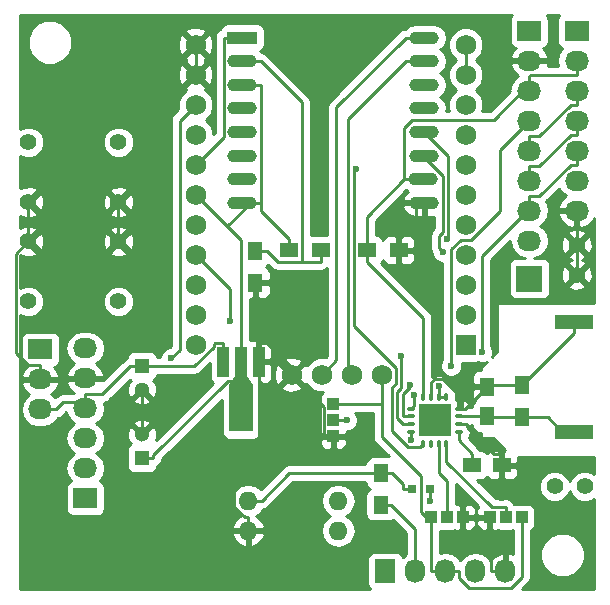
<source format=gtl>
G04 #@! TF.FileFunction,Copper,L1,Top,Signal*
%FSLAX46Y46*%
G04 Gerber Fmt 4.6, Leading zero omitted, Abs format (unit mm)*
G04 Created by KiCad (PCBNEW (2015-08-08 BZR 6073)-product) date Wed 19 Aug 2015 12:39:56 CEST*
%MOMM*%
G01*
G04 APERTURE LIST*
%ADD10C,0.100000*%
%ADD11R,0.797560X0.797560*%
%ADD12R,3.200000X1.300000*%
%ADD13R,2.032000X1.727200*%
%ADD14O,2.032000X1.727200*%
%ADD15C,1.397000*%
%ADD16O,1.600000X1.600000*%
%ADD17O,0.800000X0.350000*%
%ADD18O,0.350000X0.800000*%
%ADD19R,1.350000X1.350000*%
%ADD20R,2.500000X1.100000*%
%ADD21O,2.500000X1.100000*%
%ADD22R,1.727200X1.727200*%
%ADD23C,1.727200*%
%ADD24R,1.000760X2.501900*%
%ADD25R,1.998980X4.000500*%
%ADD26R,1.000000X1.000000*%
%ADD27R,1.300000X1.300000*%
%ADD28C,1.300000*%
%ADD29R,1.250000X1.500000*%
%ADD30R,1.500000X1.250000*%
%ADD31R,1.300000X1.500000*%
%ADD32R,1.500000X1.300000*%
%ADD33R,1.727200X2.032000*%
%ADD34O,1.727200X2.032000*%
%ADD35R,2.235200X2.235200*%
%ADD36C,0.600000*%
%ADD37C,0.250000*%
%ADD38C,0.254000*%
G04 APERTURE END LIST*
D10*
D11*
X53850700Y-70800000D03*
X55349300Y-70800000D03*
D12*
X67600000Y-56700000D03*
X67600000Y-66000000D03*
D13*
X63800000Y-32000000D03*
D14*
X63800000Y-34540000D03*
X63800000Y-37080000D03*
X63800000Y-39620000D03*
X63800000Y-42160000D03*
X63800000Y-44700000D03*
X63800000Y-47240000D03*
X63800000Y-49780000D03*
D13*
X67800000Y-32000000D03*
D14*
X67800000Y-34540000D03*
X67800000Y-37080000D03*
X67800000Y-39620000D03*
X67800000Y-42160000D03*
X67800000Y-44700000D03*
X67800000Y-47240000D03*
D13*
X22400000Y-59000000D03*
D14*
X22400000Y-61540000D03*
X22400000Y-64080000D03*
D13*
X26200000Y-71600000D03*
D14*
X26200000Y-69060000D03*
X26200000Y-66520000D03*
X26200000Y-63980000D03*
X26200000Y-61440000D03*
X26200000Y-58900000D03*
D15*
X21390000Y-54940000D03*
X21390000Y-49860000D03*
X29010000Y-54940000D03*
X29010000Y-49860000D03*
X29010000Y-41460000D03*
X29010000Y-46540000D03*
X21390000Y-41460000D03*
X21390000Y-46540000D03*
D16*
X40000000Y-71800000D03*
X40000000Y-74340000D03*
X47620000Y-74340000D03*
X47620000Y-71800000D03*
D17*
X57800000Y-65975000D03*
X57800000Y-65325000D03*
X57800000Y-64675000D03*
X57800000Y-64025000D03*
D18*
X56775000Y-63000000D03*
X56125000Y-63000000D03*
X55475000Y-63000000D03*
X54825000Y-63000000D03*
D17*
X53800000Y-64025000D03*
X53800000Y-64675000D03*
X53800000Y-65325000D03*
X53800000Y-65975000D03*
D18*
X54825000Y-67000000D03*
X55475000Y-67000000D03*
X56125000Y-67000000D03*
X56775000Y-67000000D03*
D19*
X55125000Y-64325000D03*
X55125000Y-65675000D03*
X56475000Y-64325000D03*
X56475000Y-65675000D03*
D20*
X39500000Y-32600000D03*
D21*
X39500000Y-34600000D03*
X39500000Y-36600000D03*
X39500000Y-38600000D03*
X39500000Y-40600000D03*
X39500000Y-42600000D03*
X39500000Y-44600000D03*
X39500000Y-46600000D03*
X54900000Y-46600000D03*
X54800000Y-44600000D03*
X54900000Y-42600000D03*
X54900000Y-40600000D03*
X54900000Y-38600000D03*
X54900000Y-36600000D03*
X54900000Y-34600000D03*
X54900000Y-32600000D03*
D22*
X58400000Y-58600000D03*
D23*
X58400000Y-56060000D03*
X58400000Y-53520000D03*
X58400000Y-50980000D03*
X58400000Y-48440000D03*
X58400000Y-45900000D03*
X58400000Y-43360000D03*
X58400000Y-40820000D03*
X58400000Y-38280000D03*
X58400000Y-35740000D03*
X58400000Y-33200000D03*
X35540000Y-33200000D03*
X35540000Y-35740000D03*
X35540000Y-38280000D03*
X35540000Y-40820000D03*
X35540000Y-43360000D03*
X35540000Y-45900000D03*
X35540000Y-48440000D03*
X35540000Y-50980000D03*
X35540000Y-53520000D03*
X35540000Y-56060000D03*
X35540000Y-58600000D03*
X43668000Y-61140000D03*
X46208000Y-61140000D03*
X48748000Y-61140000D03*
X51288000Y-61140000D03*
D24*
X40901140Y-60047960D03*
X39400000Y-60047960D03*
X37898860Y-60047960D03*
D25*
X39400000Y-64000200D03*
D10*
G36*
X38399240Y-62025350D02*
X38899620Y-61276050D01*
X39900380Y-61276050D01*
X40400760Y-62025350D01*
X38399240Y-62025350D01*
X38399240Y-62025350D01*
G37*
D15*
X68470000Y-70600000D03*
X65930000Y-70600000D03*
X67800000Y-52670000D03*
X67800000Y-50130000D03*
D26*
X47200000Y-63650000D03*
X47200000Y-66350000D03*
X47200000Y-65000000D03*
X63150000Y-73200000D03*
X60450000Y-73200000D03*
X61800000Y-73200000D03*
X55450000Y-73200000D03*
X58150000Y-73200000D03*
X56800000Y-73200000D03*
D27*
X31000000Y-60400000D03*
D28*
X31000000Y-62400000D03*
D27*
X31000000Y-68200000D03*
D28*
X31000000Y-66200000D03*
D29*
X60200000Y-62150000D03*
X60200000Y-64650000D03*
D30*
X61450000Y-68800000D03*
X58950000Y-68800000D03*
D31*
X51200000Y-72150000D03*
X51200000Y-69450000D03*
X63200000Y-62050000D03*
X63200000Y-64750000D03*
D32*
X50050000Y-50600000D03*
X52750000Y-50600000D03*
X43450000Y-50600000D03*
X46150000Y-50600000D03*
D31*
X40600000Y-50650000D03*
X40600000Y-53350000D03*
D33*
X51600000Y-77800000D03*
D34*
X54140000Y-77800000D03*
X56680000Y-77800000D03*
X59220000Y-77800000D03*
X61760000Y-77800000D03*
D35*
X63800000Y-53000000D03*
D36*
X61450000Y-71606900D03*
X55349300Y-71843200D03*
X56125000Y-62098800D03*
X48345300Y-65000000D03*
X53998200Y-62873000D03*
X57177700Y-60380500D03*
X53691100Y-62049600D03*
X38481000Y-56595200D03*
X52927200Y-59532600D03*
X59763900Y-59195100D03*
X53800000Y-66660800D03*
X49097500Y-43709900D03*
X33480800Y-59732800D03*
X56804300Y-49621600D03*
X56475400Y-50749200D03*
D37*
X57825000Y-64650000D02*
X57800000Y-64675000D01*
X60200000Y-64650000D02*
X57825000Y-64650000D01*
X60300000Y-64750000D02*
X60200000Y-64650000D01*
X63200000Y-64750000D02*
X60300000Y-64750000D01*
X65350000Y-64750000D02*
X63200000Y-64750000D01*
X66600000Y-66000000D02*
X65350000Y-64750000D01*
X67600000Y-66000000D02*
X66600000Y-66000000D01*
X67600000Y-57650000D02*
X63200000Y-62050000D01*
X67600000Y-56700000D02*
X67600000Y-57650000D01*
X60300000Y-62050000D02*
X60200000Y-62150000D01*
X63200000Y-62050000D02*
X60300000Y-62050000D01*
X60571100Y-74146400D02*
X60450000Y-74025300D01*
X60571100Y-77800000D02*
X60571100Y-74146400D01*
X61760000Y-77800000D02*
X60571100Y-77800000D01*
X60450000Y-73200000D02*
X60450000Y-74025300D01*
X40600000Y-53350000D02*
X40600000Y-54425300D01*
X54200000Y-48174700D02*
X54200000Y-46600000D01*
X52750000Y-49624700D02*
X54200000Y-48174700D01*
X31000000Y-66200000D02*
X31000000Y-62400000D01*
X58150000Y-73200000D02*
X60450000Y-73200000D01*
X46374700Y-63846700D02*
X43668000Y-61140000D01*
X46374700Y-66350000D02*
X46374700Y-63846700D01*
X47200000Y-66350000D02*
X46374700Y-66350000D01*
X67800000Y-52670000D02*
X67800000Y-50130000D01*
X67800000Y-50130000D02*
X67800000Y-47240000D01*
X43668000Y-60548800D02*
X43668000Y-61140000D01*
X41591000Y-58471800D02*
X43668000Y-60548800D01*
X40901100Y-58471800D02*
X41591000Y-58471800D01*
X40901100Y-60048000D02*
X40901100Y-58471800D01*
X40901100Y-54726400D02*
X40901100Y-58471800D01*
X40600000Y-54425300D02*
X40901100Y-54726400D01*
X35540000Y-35740000D02*
X35540000Y-33200000D01*
X52750000Y-50112300D02*
X52750000Y-49624700D01*
X60774800Y-67849700D02*
X61450000Y-67849700D01*
X58525300Y-65600200D02*
X60774800Y-67849700D01*
X58525300Y-65325000D02*
X58525300Y-65600200D01*
X57800000Y-65325000D02*
X58525300Y-65325000D01*
X61450000Y-68800000D02*
X61450000Y-67849700D01*
X21390000Y-46540000D02*
X21390000Y-49860000D01*
X21359700Y-60351100D02*
X22400000Y-60351100D01*
X20335400Y-59326800D02*
X21359700Y-60351100D01*
X20335400Y-50914600D02*
X20335400Y-59326800D01*
X21390000Y-49860000D02*
X20335400Y-50914600D01*
X22400000Y-61540000D02*
X22400000Y-60351100D01*
X29010000Y-46540000D02*
X29010000Y-49860000D01*
X58325000Y-64025000D02*
X58062500Y-64025000D01*
X60200000Y-62150000D02*
X58325000Y-64025000D01*
X58062500Y-64025000D02*
X57800000Y-64025000D01*
X40901100Y-68823400D02*
X40901100Y-60048000D01*
X38832300Y-70892200D02*
X40901100Y-68823400D01*
X38832300Y-72328300D02*
X38832300Y-70892200D01*
X39718700Y-73214700D02*
X38832300Y-72328300D01*
X40000000Y-73214700D02*
X39718700Y-73214700D01*
X40000000Y-74340000D02*
X40000000Y-73214700D01*
X61450000Y-71606900D02*
X61450000Y-68800000D01*
X56451300Y-61466200D02*
X55795500Y-61466200D01*
X58062500Y-63077400D02*
X56451300Y-61466200D01*
X58062500Y-64025000D02*
X58062500Y-63077400D01*
X55475000Y-61786700D02*
X55475000Y-63000000D01*
X55795500Y-61466200D02*
X55475000Y-61786700D01*
X52750000Y-50112300D02*
X52750000Y-50600000D01*
X55795500Y-54620800D02*
X55795500Y-61466200D01*
X52750000Y-51575300D02*
X55795500Y-54620800D01*
X52750000Y-50600000D02*
X52750000Y-51575300D01*
X55349300Y-71843200D02*
X55349300Y-70800000D01*
X33316000Y-42234000D02*
X29010000Y-46540000D01*
X33316000Y-37964000D02*
X33316000Y-42234000D01*
X35540000Y-35740000D02*
X33316000Y-37964000D01*
X57800000Y-66699700D02*
X57800000Y-65975000D01*
X58950000Y-67849700D02*
X57800000Y-66699700D01*
X58950000Y-68800000D02*
X58950000Y-67849700D01*
X27633600Y-62791100D02*
X26200000Y-62791100D01*
X30024700Y-60400000D02*
X27633600Y-62791100D01*
X31000000Y-60400000D02*
X30024700Y-60400000D01*
X35432400Y-60400000D02*
X31000000Y-60400000D01*
X37073200Y-58759200D02*
X35432400Y-60400000D01*
X37073200Y-58575000D02*
X37073200Y-58759200D01*
X37176400Y-58471800D02*
X37073200Y-58575000D01*
X37898900Y-58471800D02*
X37176400Y-58471800D01*
X37898900Y-60048000D02*
X37898900Y-58471800D01*
X26200000Y-63980000D02*
X26200000Y-63467600D01*
X26200000Y-63467600D02*
X26200000Y-62791100D01*
X24353700Y-63467600D02*
X23741300Y-64080000D01*
X26200000Y-63467600D02*
X24353700Y-63467600D01*
X22400000Y-64080000D02*
X23741300Y-64080000D01*
X55491100Y-74066400D02*
X55450000Y-74025300D01*
X55491100Y-77800000D02*
X55491100Y-74066400D01*
X56680000Y-77800000D02*
X55491100Y-77800000D01*
X41075300Y-47250000D02*
X41075300Y-46600000D01*
X43450000Y-49624700D02*
X41075300Y-47250000D01*
X43450000Y-50600000D02*
X43450000Y-49624700D01*
X55450000Y-73200000D02*
X55450000Y-73612600D01*
X55450000Y-73612600D02*
X55450000Y-74025300D01*
X57868900Y-78320100D02*
X57868900Y-77800000D01*
X58717200Y-79168400D02*
X57868900Y-78320100D01*
X62253200Y-79168400D02*
X58717200Y-79168400D01*
X63150000Y-78271600D02*
X62253200Y-79168400D01*
X63150000Y-73200000D02*
X63150000Y-78271600D01*
X56680000Y-77800000D02*
X57868900Y-77800000D01*
X39400000Y-61650700D02*
X39400000Y-60048000D01*
X58400000Y-33200000D02*
X58400000Y-35740000D01*
X40962700Y-46600000D02*
X41075300Y-46600000D01*
X41075300Y-46600000D02*
X41075300Y-36600000D01*
X40200000Y-36600000D02*
X41075300Y-36600000D01*
X40581400Y-46600000D02*
X40962700Y-46600000D01*
X40581400Y-46600000D02*
X40200000Y-46600000D01*
X40200000Y-46600000D02*
X38220000Y-48580000D01*
X39400000Y-49760000D02*
X38220000Y-48580000D01*
X39400000Y-60048000D02*
X39400000Y-49760000D01*
X38220000Y-48580000D02*
X35540000Y-45900000D01*
X56125000Y-63000000D02*
X56775000Y-63000000D01*
X56125000Y-63000000D02*
X56125000Y-62098800D01*
X47200000Y-63650000D02*
X48025300Y-63650000D01*
X51288000Y-63650000D02*
X48025300Y-63650000D01*
X51288000Y-61140000D02*
X51288000Y-63650000D01*
X31975300Y-67956200D02*
X31975300Y-68200000D01*
X38256800Y-61674700D02*
X31975300Y-67956200D01*
X39400000Y-61674700D02*
X38256800Y-61674700D01*
X39400000Y-64000200D02*
X39400000Y-61674700D01*
X39400000Y-61674700D02*
X39400000Y-61650700D01*
X31000000Y-68200000D02*
X31975300Y-68200000D01*
X54625100Y-72787700D02*
X55450000Y-73612600D01*
X54625100Y-69723600D02*
X54625100Y-72787700D01*
X51288000Y-66386500D02*
X54625100Y-69723600D01*
X51288000Y-63650000D02*
X51288000Y-66386500D01*
X53850700Y-70800000D02*
X53126600Y-70800000D01*
X51200000Y-69450000D02*
X52175300Y-69450000D01*
X43475300Y-69450000D02*
X51200000Y-69450000D01*
X41125300Y-71800000D02*
X43475300Y-69450000D01*
X40000000Y-71800000D02*
X41125300Y-71800000D01*
X53126600Y-70401300D02*
X52175300Y-69450000D01*
X53126600Y-70800000D02*
X53126600Y-70401300D01*
X54200000Y-44600000D02*
X53224700Y-44600000D01*
X63962200Y-35728900D02*
X63800000Y-35891100D01*
X67800000Y-35728900D02*
X63962200Y-35728900D01*
X67800000Y-34540000D02*
X67800000Y-35728900D01*
X63800000Y-37080000D02*
X63800000Y-36567600D01*
X63800000Y-36567600D02*
X63800000Y-35891100D01*
X53224700Y-40276300D02*
X53224700Y-44600000D01*
X53901000Y-39600000D02*
X53224700Y-40276300D01*
X60767600Y-39600000D02*
X53901000Y-39600000D01*
X63800000Y-36567600D02*
X60767600Y-39600000D01*
X50050000Y-47774700D02*
X53224700Y-44600000D01*
X50050000Y-50600000D02*
X50050000Y-47774700D01*
X50050000Y-50600000D02*
X50050000Y-51575300D01*
X54825000Y-56350300D02*
X54825000Y-63000000D01*
X50050000Y-51575300D02*
X54825000Y-56350300D01*
X47200000Y-65000000D02*
X48345300Y-65000000D01*
X61306100Y-42113900D02*
X63800000Y-39620000D01*
X61306100Y-47299400D02*
X61306100Y-42113900D01*
X58895500Y-49710000D02*
X61306100Y-47299400D01*
X57987600Y-49710000D02*
X58895500Y-49710000D01*
X57177700Y-50519900D02*
X57987600Y-49710000D01*
X57177700Y-60380500D02*
X57177700Y-50519900D01*
X53998200Y-63826800D02*
X53998200Y-62873000D01*
X53800000Y-64025000D02*
X53998200Y-63826800D01*
X60627200Y-72374700D02*
X61800000Y-72374700D01*
X56775000Y-68522500D02*
X60627200Y-72374700D01*
X56775000Y-67000000D02*
X56775000Y-68522500D01*
X61800000Y-73200000D02*
X61800000Y-72374700D01*
X56125000Y-69493700D02*
X56125000Y-67000000D01*
X56800000Y-70168700D02*
X56125000Y-69493700D01*
X56800000Y-73200000D02*
X56800000Y-70168700D01*
X64583900Y-40971100D02*
X63800000Y-40971100D01*
X67286100Y-38268900D02*
X64583900Y-40971100D01*
X67800000Y-38268900D02*
X67286100Y-38268900D01*
X67800000Y-37080000D02*
X67800000Y-38268900D01*
X63800000Y-42160000D02*
X63800000Y-40971100D01*
X53800000Y-64675000D02*
X53074700Y-64675000D01*
X53691100Y-62163500D02*
X53691100Y-62049600D01*
X53074700Y-62779900D02*
X53691100Y-62163500D01*
X53074700Y-64675000D02*
X53074700Y-62779900D01*
X64583900Y-43511100D02*
X63800000Y-43511100D01*
X67286100Y-40808900D02*
X64583900Y-43511100D01*
X67800000Y-40808900D02*
X67286100Y-40808900D01*
X67800000Y-39620000D02*
X67800000Y-40808900D01*
X63800000Y-44700000D02*
X63800000Y-43511100D01*
X38481000Y-53921000D02*
X38481000Y-56595200D01*
X35540000Y-50980000D02*
X38481000Y-53921000D01*
X53800000Y-65325000D02*
X53074700Y-65325000D01*
X52927200Y-62290500D02*
X52927200Y-59532600D01*
X52589500Y-62628200D02*
X52927200Y-62290500D01*
X52589500Y-64839800D02*
X52589500Y-62628200D01*
X53074700Y-65325000D02*
X52589500Y-64839800D01*
X64583900Y-46051100D02*
X63800000Y-46051100D01*
X67286100Y-43348900D02*
X64583900Y-46051100D01*
X67800000Y-43348900D02*
X67286100Y-43348900D01*
X67800000Y-42160000D02*
X67800000Y-43348900D01*
X63800000Y-46727600D02*
X63800000Y-47081600D01*
X63800000Y-47240000D02*
X63800000Y-47081600D01*
X63800000Y-46727600D02*
X63800000Y-46051100D01*
X59763900Y-51117700D02*
X59763900Y-59195100D01*
X63800000Y-47081600D02*
X59763900Y-51117700D01*
X53800000Y-65975000D02*
X53800000Y-66660800D01*
X48973100Y-43834300D02*
X49097500Y-43709900D01*
X48973100Y-57028100D02*
X48973100Y-43834300D01*
X52476900Y-60531900D02*
X48973100Y-57028100D01*
X52476900Y-61878600D02*
X52476900Y-60531900D01*
X52130700Y-62224800D02*
X52476900Y-61878600D01*
X52130700Y-65878100D02*
X52130700Y-62224800D01*
X53538800Y-67286200D02*
X52130700Y-65878100D01*
X54538800Y-67286200D02*
X53538800Y-67286200D01*
X54825000Y-67000000D02*
X54538800Y-67286200D01*
X51200000Y-72150000D02*
X52062800Y-72150000D01*
X54140000Y-74227200D02*
X54140000Y-77800000D01*
X52062800Y-72150000D02*
X54140000Y-74227200D01*
X34189000Y-39631000D02*
X35540000Y-38280000D01*
X34189000Y-59024600D02*
X34189000Y-39631000D01*
X33480800Y-59732800D02*
X34189000Y-59024600D01*
X54200000Y-32600000D02*
X53324700Y-32600000D01*
X47448000Y-59900000D02*
X46208000Y-61140000D01*
X47448000Y-38476700D02*
X47448000Y-59900000D01*
X53324700Y-32600000D02*
X47448000Y-38476700D01*
X54200000Y-34600000D02*
X53324700Y-34600000D01*
X48466600Y-60858600D02*
X48748000Y-61140000D01*
X48466600Y-39458100D02*
X48466600Y-60858600D01*
X53324700Y-34600000D02*
X48466600Y-39458100D01*
X54888500Y-40600000D02*
X54200000Y-40600000D01*
X56935100Y-42646600D02*
X54888500Y-40600000D01*
X56935100Y-49490800D02*
X56935100Y-42646600D01*
X56804300Y-49621600D02*
X56935100Y-49490800D01*
X37924700Y-40975300D02*
X35540000Y-43360000D01*
X37924700Y-32600000D02*
X37924700Y-40975300D01*
X40200000Y-32600000D02*
X37924700Y-32600000D01*
X46150000Y-50600000D02*
X46150000Y-51575300D01*
X41087700Y-50650000D02*
X41575300Y-50650000D01*
X41087700Y-50650000D02*
X40600000Y-50650000D01*
X44525400Y-38050100D02*
X44525400Y-51575300D01*
X41075300Y-34600000D02*
X44525400Y-38050100D01*
X42500600Y-51575300D02*
X44525400Y-51575300D01*
X41575300Y-50650000D02*
X42500600Y-51575300D01*
X44525400Y-51575300D02*
X46150000Y-51575300D01*
X40200000Y-34600000D02*
X41075300Y-34600000D01*
X56179000Y-50452800D02*
X56475400Y-50749200D01*
X56179000Y-49362600D02*
X56179000Y-50452800D01*
X56475400Y-49066200D02*
X56179000Y-49362600D01*
X56475400Y-44305300D02*
X56475400Y-49066200D01*
X54770100Y-42600000D02*
X56475400Y-44305300D01*
X54200000Y-42600000D02*
X54770100Y-42600000D01*
D38*
G36*
X58971838Y-65635317D02*
X59110910Y-65851441D01*
X59323110Y-65996431D01*
X59575000Y-66047440D01*
X59673000Y-66047440D01*
X59673000Y-66400000D01*
X59681685Y-66446159D01*
X59708965Y-66488553D01*
X59750590Y-66516994D01*
X59800000Y-66527000D01*
X60747394Y-66527000D01*
X61760394Y-67540000D01*
X61735750Y-67540000D01*
X61577000Y-67698750D01*
X61577000Y-68673000D01*
X62676250Y-68673000D01*
X62835000Y-68514250D01*
X62835000Y-68127000D01*
X69290000Y-68127000D01*
X69290000Y-69533931D01*
X69226353Y-69470173D01*
X68736413Y-69266732D01*
X68205914Y-69266269D01*
X67715620Y-69468854D01*
X67340173Y-69843647D01*
X67199906Y-70181446D01*
X67061146Y-69845620D01*
X66686353Y-69470173D01*
X66196413Y-69266732D01*
X65665914Y-69266269D01*
X65175620Y-69468854D01*
X64800173Y-69843647D01*
X64596732Y-70333587D01*
X64596269Y-70864086D01*
X64798854Y-71354380D01*
X65173647Y-71729827D01*
X65663587Y-71933268D01*
X66194086Y-71933731D01*
X66684380Y-71731146D01*
X67059827Y-71356353D01*
X67200094Y-71018554D01*
X67338854Y-71354380D01*
X67713647Y-71729827D01*
X68203587Y-71933268D01*
X68734086Y-71933731D01*
X69224380Y-71731146D01*
X69290000Y-71665640D01*
X69290000Y-79290000D01*
X63206402Y-79290000D01*
X63687401Y-78809001D01*
X63852148Y-78562439D01*
X63910000Y-78271600D01*
X63910000Y-76773305D01*
X64714674Y-76773305D01*
X65001043Y-77466372D01*
X65530839Y-77997093D01*
X66223405Y-78284672D01*
X66973305Y-78285326D01*
X67666372Y-77998957D01*
X68197093Y-77469161D01*
X68484672Y-76776595D01*
X68485326Y-76026695D01*
X68198957Y-75333628D01*
X67669161Y-74802907D01*
X66976595Y-74515328D01*
X66226695Y-74514674D01*
X65533628Y-74801043D01*
X65002907Y-75330839D01*
X64715328Y-76023405D01*
X64714674Y-76773305D01*
X63910000Y-76773305D01*
X63910000Y-74287279D01*
X64101441Y-74164090D01*
X64246431Y-73951890D01*
X64297440Y-73700000D01*
X64297440Y-72700000D01*
X64253162Y-72464683D01*
X64114090Y-72248559D01*
X63901890Y-72103569D01*
X63650000Y-72052560D01*
X62650000Y-72052560D01*
X62500082Y-72080769D01*
X62337401Y-71837299D01*
X62090839Y-71672552D01*
X61800000Y-71614700D01*
X60942002Y-71614700D01*
X59399742Y-70072440D01*
X59700000Y-70072440D01*
X59935317Y-70028162D01*
X60151441Y-69889090D01*
X60197969Y-69820994D01*
X60340302Y-69963327D01*
X60573691Y-70060000D01*
X61164250Y-70060000D01*
X61323000Y-69901250D01*
X61323000Y-68927000D01*
X61577000Y-68927000D01*
X61577000Y-69901250D01*
X61735750Y-70060000D01*
X62326309Y-70060000D01*
X62559698Y-69963327D01*
X62738327Y-69784699D01*
X62835000Y-69551310D01*
X62835000Y-69085750D01*
X62676250Y-68927000D01*
X61577000Y-68927000D01*
X61323000Y-68927000D01*
X61303000Y-68927000D01*
X61303000Y-68673000D01*
X61323000Y-68673000D01*
X61323000Y-67698750D01*
X61164250Y-67540000D01*
X60573691Y-67540000D01*
X60340302Y-67636673D01*
X60199064Y-67777910D01*
X60164090Y-67723559D01*
X59951890Y-67578569D01*
X59700000Y-67527560D01*
X59631233Y-67527560D01*
X59487401Y-67312299D01*
X58660020Y-66484918D01*
X58793619Y-66284974D01*
X58855277Y-65975000D01*
X58793619Y-65665026D01*
X58778219Y-65641978D01*
X58797164Y-65611164D01*
X58806658Y-65537393D01*
X58713459Y-65452002D01*
X58835000Y-65452002D01*
X58835000Y-65410000D01*
X58929442Y-65410000D01*
X58971838Y-65635317D01*
X58971838Y-65635317D01*
G37*
X58971838Y-65635317D02*
X59110910Y-65851441D01*
X59323110Y-65996431D01*
X59575000Y-66047440D01*
X59673000Y-66047440D01*
X59673000Y-66400000D01*
X59681685Y-66446159D01*
X59708965Y-66488553D01*
X59750590Y-66516994D01*
X59800000Y-66527000D01*
X60747394Y-66527000D01*
X61760394Y-67540000D01*
X61735750Y-67540000D01*
X61577000Y-67698750D01*
X61577000Y-68673000D01*
X62676250Y-68673000D01*
X62835000Y-68514250D01*
X62835000Y-68127000D01*
X69290000Y-68127000D01*
X69290000Y-69533931D01*
X69226353Y-69470173D01*
X68736413Y-69266732D01*
X68205914Y-69266269D01*
X67715620Y-69468854D01*
X67340173Y-69843647D01*
X67199906Y-70181446D01*
X67061146Y-69845620D01*
X66686353Y-69470173D01*
X66196413Y-69266732D01*
X65665914Y-69266269D01*
X65175620Y-69468854D01*
X64800173Y-69843647D01*
X64596732Y-70333587D01*
X64596269Y-70864086D01*
X64798854Y-71354380D01*
X65173647Y-71729827D01*
X65663587Y-71933268D01*
X66194086Y-71933731D01*
X66684380Y-71731146D01*
X67059827Y-71356353D01*
X67200094Y-71018554D01*
X67338854Y-71354380D01*
X67713647Y-71729827D01*
X68203587Y-71933268D01*
X68734086Y-71933731D01*
X69224380Y-71731146D01*
X69290000Y-71665640D01*
X69290000Y-79290000D01*
X63206402Y-79290000D01*
X63687401Y-78809001D01*
X63852148Y-78562439D01*
X63910000Y-78271600D01*
X63910000Y-76773305D01*
X64714674Y-76773305D01*
X65001043Y-77466372D01*
X65530839Y-77997093D01*
X66223405Y-78284672D01*
X66973305Y-78285326D01*
X67666372Y-77998957D01*
X68197093Y-77469161D01*
X68484672Y-76776595D01*
X68485326Y-76026695D01*
X68198957Y-75333628D01*
X67669161Y-74802907D01*
X66976595Y-74515328D01*
X66226695Y-74514674D01*
X65533628Y-74801043D01*
X65002907Y-75330839D01*
X64715328Y-76023405D01*
X64714674Y-76773305D01*
X63910000Y-76773305D01*
X63910000Y-74287279D01*
X64101441Y-74164090D01*
X64246431Y-73951890D01*
X64297440Y-73700000D01*
X64297440Y-72700000D01*
X64253162Y-72464683D01*
X64114090Y-72248559D01*
X63901890Y-72103569D01*
X63650000Y-72052560D01*
X62650000Y-72052560D01*
X62500082Y-72080769D01*
X62337401Y-71837299D01*
X62090839Y-71672552D01*
X61800000Y-71614700D01*
X60942002Y-71614700D01*
X59399742Y-70072440D01*
X59700000Y-70072440D01*
X59935317Y-70028162D01*
X60151441Y-69889090D01*
X60197969Y-69820994D01*
X60340302Y-69963327D01*
X60573691Y-70060000D01*
X61164250Y-70060000D01*
X61323000Y-69901250D01*
X61323000Y-68927000D01*
X61577000Y-68927000D01*
X61577000Y-69901250D01*
X61735750Y-70060000D01*
X62326309Y-70060000D01*
X62559698Y-69963327D01*
X62738327Y-69784699D01*
X62835000Y-69551310D01*
X62835000Y-69085750D01*
X62676250Y-68927000D01*
X61577000Y-68927000D01*
X61323000Y-68927000D01*
X61303000Y-68927000D01*
X61303000Y-68673000D01*
X61323000Y-68673000D01*
X61323000Y-67698750D01*
X61164250Y-67540000D01*
X60573691Y-67540000D01*
X60340302Y-67636673D01*
X60199064Y-67777910D01*
X60164090Y-67723559D01*
X59951890Y-67578569D01*
X59700000Y-67527560D01*
X59631233Y-67527560D01*
X59487401Y-67312299D01*
X58660020Y-66484918D01*
X58793619Y-66284974D01*
X58855277Y-65975000D01*
X58793619Y-65665026D01*
X58778219Y-65641978D01*
X58797164Y-65611164D01*
X58806658Y-65537393D01*
X58713459Y-65452002D01*
X58835000Y-65452002D01*
X58835000Y-65410000D01*
X58929442Y-65410000D01*
X58971838Y-65635317D01*
G36*
X62187569Y-30884510D02*
X62136560Y-31136400D01*
X62136560Y-32863600D01*
X62180838Y-33098917D01*
X62319910Y-33315041D01*
X62532110Y-33460031D01*
X62626927Y-33479232D01*
X62449268Y-33637964D01*
X62195291Y-34165209D01*
X62192642Y-34180974D01*
X62313783Y-34413000D01*
X63673000Y-34413000D01*
X63673000Y-34393000D01*
X63927000Y-34393000D01*
X63927000Y-34413000D01*
X65286217Y-34413000D01*
X65407358Y-34180974D01*
X65404709Y-34165209D01*
X65150732Y-33637964D01*
X64975155Y-33481093D01*
X65051317Y-33466762D01*
X65267441Y-33327690D01*
X65412431Y-33115490D01*
X65463440Y-32863600D01*
X65463440Y-31136400D01*
X65419162Y-30901083D01*
X65296203Y-30710000D01*
X66306807Y-30710000D01*
X66187569Y-30884510D01*
X66136560Y-31136400D01*
X66136560Y-32863600D01*
X66180838Y-33098917D01*
X66319910Y-33315041D01*
X66532110Y-33460031D01*
X66573439Y-33468400D01*
X66555585Y-33480330D01*
X66230729Y-33966511D01*
X66116655Y-34540000D01*
X66201968Y-34968900D01*
X65378644Y-34968900D01*
X65404709Y-34914791D01*
X65407358Y-34899026D01*
X65286217Y-34667000D01*
X63927000Y-34667000D01*
X63927000Y-34687000D01*
X63673000Y-34687000D01*
X63673000Y-34667000D01*
X62313783Y-34667000D01*
X62192642Y-34899026D01*
X62195291Y-34914791D01*
X62449268Y-35442036D01*
X62865069Y-35813539D01*
X62555585Y-36020330D01*
X62230729Y-36506511D01*
X62116655Y-37080000D01*
X62132606Y-37160192D01*
X60452798Y-38840000D01*
X59790127Y-38840000D01*
X59898339Y-38579398D01*
X59898859Y-37983218D01*
X59671192Y-37432220D01*
X59249997Y-37010290D01*
X59249069Y-37009905D01*
X59669710Y-36589997D01*
X59898339Y-36039398D01*
X59898859Y-35443218D01*
X59671192Y-34892220D01*
X59249997Y-34470290D01*
X59249069Y-34469905D01*
X59669710Y-34049997D01*
X59898339Y-33499398D01*
X59898859Y-32903218D01*
X59671192Y-32352220D01*
X59249997Y-31930290D01*
X58699398Y-31701661D01*
X58103218Y-31701141D01*
X57552220Y-31928808D01*
X57130290Y-32350003D01*
X56901661Y-32900602D01*
X56901141Y-33496782D01*
X57128808Y-34047780D01*
X57550003Y-34469710D01*
X57550931Y-34470095D01*
X57130290Y-34890003D01*
X56901661Y-35440602D01*
X56901141Y-36036782D01*
X57128808Y-36587780D01*
X57550003Y-37009710D01*
X57550931Y-37010095D01*
X57130290Y-37430003D01*
X56901661Y-37980602D01*
X56901141Y-38576782D01*
X57009900Y-38840000D01*
X56774190Y-38840000D01*
X56821929Y-38600000D01*
X56731726Y-38146520D01*
X56474851Y-37762078D01*
X56232283Y-37600000D01*
X56474851Y-37437922D01*
X56731726Y-37053480D01*
X56821929Y-36600000D01*
X56731726Y-36146520D01*
X56474851Y-35762078D01*
X56232283Y-35600000D01*
X56474851Y-35437922D01*
X56731726Y-35053480D01*
X56821929Y-34600000D01*
X56731726Y-34146520D01*
X56474851Y-33762078D01*
X56232283Y-33600000D01*
X56474851Y-33437922D01*
X56731726Y-33053480D01*
X56821929Y-32600000D01*
X56731726Y-32146520D01*
X56474851Y-31762078D01*
X56090409Y-31505203D01*
X55636929Y-31415000D01*
X54163071Y-31415000D01*
X53709591Y-31505203D01*
X53325149Y-31762078D01*
X53265171Y-31851841D01*
X53033861Y-31897852D01*
X52787299Y-32062599D01*
X46910599Y-37939299D01*
X46745852Y-38185861D01*
X46688000Y-38476700D01*
X46688000Y-49302560D01*
X45400000Y-49302560D01*
X45285400Y-49324124D01*
X45285400Y-38050100D01*
X45230590Y-37774552D01*
X45227548Y-37759260D01*
X45062801Y-37512699D01*
X41612701Y-34062599D01*
X41366139Y-33897852D01*
X41134829Y-33851841D01*
X41074851Y-33762078D01*
X41024129Y-33728187D01*
X41201441Y-33614090D01*
X41346431Y-33401890D01*
X41397440Y-33150000D01*
X41397440Y-32050000D01*
X41353162Y-31814683D01*
X41214090Y-31598559D01*
X41001890Y-31453569D01*
X40750000Y-31402560D01*
X38250000Y-31402560D01*
X38014683Y-31446838D01*
X37798559Y-31585910D01*
X37653569Y-31798110D01*
X37633294Y-31898231D01*
X37387299Y-32062599D01*
X37222552Y-32309161D01*
X37164700Y-32600000D01*
X37164700Y-40660498D01*
X37038629Y-40786569D01*
X37038859Y-40523218D01*
X36811192Y-39972220D01*
X36389997Y-39550290D01*
X36389069Y-39549905D01*
X36809710Y-39129997D01*
X37038339Y-38579398D01*
X37038859Y-37983218D01*
X36811192Y-37432220D01*
X36389997Y-37010290D01*
X36349463Y-36993459D01*
X36414200Y-36793805D01*
X35540000Y-35919605D01*
X34665800Y-36793805D01*
X34730399Y-36993033D01*
X34692220Y-37008808D01*
X34270290Y-37430003D01*
X34041661Y-37980602D01*
X34041141Y-38576782D01*
X34078354Y-38666844D01*
X33651599Y-39093599D01*
X33486852Y-39340161D01*
X33429000Y-39631000D01*
X33429000Y-58709798D01*
X33341120Y-58797678D01*
X33295633Y-58797638D01*
X32951857Y-58939683D01*
X32688608Y-59202473D01*
X32545962Y-59546001D01*
X32545880Y-59640000D01*
X32276742Y-59640000D01*
X32253162Y-59514683D01*
X32114090Y-59298559D01*
X31901890Y-59153569D01*
X31650000Y-59102560D01*
X30350000Y-59102560D01*
X30114683Y-59146838D01*
X29898559Y-59285910D01*
X29753569Y-59498110D01*
X29709875Y-59713879D01*
X29487299Y-59862599D01*
X27719380Y-61630518D01*
X27686217Y-61567000D01*
X26327000Y-61567000D01*
X26327000Y-61587000D01*
X26073000Y-61587000D01*
X26073000Y-61567000D01*
X24713783Y-61567000D01*
X24592642Y-61799026D01*
X24595291Y-61814791D01*
X24849268Y-62342036D01*
X25258422Y-62707600D01*
X24353700Y-62707600D01*
X24062860Y-62765452D01*
X23816299Y-62930199D01*
X23677161Y-63069337D01*
X23644415Y-63020330D01*
X23334931Y-62813539D01*
X23750732Y-62442036D01*
X24004709Y-61914791D01*
X24007358Y-61899026D01*
X23886217Y-61667000D01*
X22527000Y-61667000D01*
X22527000Y-61687000D01*
X22273000Y-61687000D01*
X22273000Y-61667000D01*
X20913783Y-61667000D01*
X20792642Y-61899026D01*
X20795291Y-61914791D01*
X21049268Y-62442036D01*
X21465069Y-62813539D01*
X21155585Y-63020330D01*
X20830729Y-63506511D01*
X20716655Y-64080000D01*
X20830729Y-64653489D01*
X21155585Y-65139670D01*
X21641766Y-65464526D01*
X22215255Y-65578600D01*
X22584745Y-65578600D01*
X23158234Y-65464526D01*
X23644415Y-65139670D01*
X23860490Y-64816291D01*
X24032139Y-64782148D01*
X24278701Y-64617401D01*
X24582927Y-64313175D01*
X24630729Y-64553489D01*
X24955585Y-65039670D01*
X25270366Y-65250000D01*
X24955585Y-65460330D01*
X24630729Y-65946511D01*
X24516655Y-66520000D01*
X24630729Y-67093489D01*
X24955585Y-67579670D01*
X25270366Y-67790000D01*
X24955585Y-68000330D01*
X24630729Y-68486511D01*
X24516655Y-69060000D01*
X24630729Y-69633489D01*
X24955585Y-70119670D01*
X24969913Y-70129243D01*
X24948683Y-70133238D01*
X24732559Y-70272310D01*
X24587569Y-70484510D01*
X24536560Y-70736400D01*
X24536560Y-72463600D01*
X24580838Y-72698917D01*
X24719910Y-72915041D01*
X24932110Y-73060031D01*
X25184000Y-73111040D01*
X27216000Y-73111040D01*
X27451317Y-73066762D01*
X27667441Y-72927690D01*
X27812431Y-72715490D01*
X27863440Y-72463600D01*
X27863440Y-70736400D01*
X27819162Y-70501083D01*
X27680090Y-70284959D01*
X27467890Y-70139969D01*
X27426561Y-70131600D01*
X27444415Y-70119670D01*
X27769271Y-69633489D01*
X27883345Y-69060000D01*
X27769271Y-68486511D01*
X27444415Y-68000330D01*
X27129634Y-67790000D01*
X27444415Y-67579670D01*
X27769271Y-67093489D01*
X27883345Y-66520000D01*
X27769271Y-65946511D01*
X27444415Y-65460330D01*
X27205937Y-65300984D01*
X30280590Y-65300984D01*
X31000000Y-66020395D01*
X31719410Y-65300984D01*
X31663729Y-65070389D01*
X31180922Y-64902378D01*
X30670572Y-64931917D01*
X30336271Y-65070389D01*
X30280590Y-65300984D01*
X27205937Y-65300984D01*
X27129634Y-65250000D01*
X27444415Y-65039670D01*
X27769271Y-64553489D01*
X27883345Y-63980000D01*
X27791773Y-63519637D01*
X27924439Y-63493248D01*
X28171001Y-63328501D01*
X28200486Y-63299016D01*
X30280590Y-63299016D01*
X30336271Y-63529611D01*
X30819078Y-63697622D01*
X31329428Y-63668083D01*
X31663729Y-63529611D01*
X31719410Y-63299016D01*
X31000000Y-62579605D01*
X30280590Y-63299016D01*
X28200486Y-63299016D01*
X29952537Y-61546965D01*
X29999328Y-61578936D01*
X30100982Y-61680590D01*
X29870389Y-61736271D01*
X29702378Y-62219078D01*
X29731917Y-62729428D01*
X29870389Y-63063729D01*
X30100984Y-63119410D01*
X30820395Y-62400000D01*
X30806252Y-62385858D01*
X30985858Y-62206252D01*
X31000000Y-62220395D01*
X31014142Y-62206252D01*
X31193748Y-62385858D01*
X31179605Y-62400000D01*
X31899016Y-63119410D01*
X32129611Y-63063729D01*
X32297622Y-62580922D01*
X32268083Y-62070572D01*
X32129611Y-61736271D01*
X31899018Y-61680590D01*
X32000680Y-61578928D01*
X32101441Y-61514090D01*
X32246431Y-61301890D01*
X32275164Y-61160000D01*
X35432400Y-61160000D01*
X35723239Y-61102148D01*
X35969801Y-60937401D01*
X36751040Y-60156162D01*
X36751040Y-61298910D01*
X36795318Y-61534227D01*
X36934390Y-61750351D01*
X37036546Y-61820151D01*
X32202539Y-66654159D01*
X32297622Y-66380922D01*
X32268083Y-65870572D01*
X32129611Y-65536271D01*
X31899016Y-65480590D01*
X31179605Y-66200000D01*
X31193748Y-66214142D01*
X31014142Y-66393748D01*
X31000000Y-66379605D01*
X30985858Y-66393748D01*
X30806252Y-66214142D01*
X30820395Y-66200000D01*
X30100984Y-65480590D01*
X29870389Y-65536271D01*
X29702378Y-66019078D01*
X29731917Y-66529428D01*
X29870389Y-66863729D01*
X30100982Y-66919410D01*
X29999320Y-67021072D01*
X29898559Y-67085910D01*
X29753569Y-67298110D01*
X29702560Y-67550000D01*
X29702560Y-68850000D01*
X29746838Y-69085317D01*
X29885910Y-69301441D01*
X30098110Y-69446431D01*
X30350000Y-69497440D01*
X31650000Y-69497440D01*
X31885317Y-69453162D01*
X32101441Y-69314090D01*
X32246431Y-69101890D01*
X32290125Y-68886121D01*
X32512701Y-68737401D01*
X32677448Y-68490839D01*
X32717670Y-68288632D01*
X37753070Y-63253233D01*
X37753070Y-66000450D01*
X37797348Y-66235767D01*
X37936420Y-66451891D01*
X38148620Y-66596881D01*
X38400510Y-66647890D01*
X40399490Y-66647890D01*
X40464008Y-66635750D01*
X46065000Y-66635750D01*
X46065000Y-66976309D01*
X46161673Y-67209698D01*
X46340301Y-67388327D01*
X46573690Y-67485000D01*
X46914250Y-67485000D01*
X47073000Y-67326250D01*
X47073000Y-66477000D01*
X47327000Y-66477000D01*
X47327000Y-67326250D01*
X47485750Y-67485000D01*
X47826310Y-67485000D01*
X48059699Y-67388327D01*
X48238327Y-67209698D01*
X48335000Y-66976309D01*
X48335000Y-66635750D01*
X48176250Y-66477000D01*
X47327000Y-66477000D01*
X47073000Y-66477000D01*
X46223750Y-66477000D01*
X46065000Y-66635750D01*
X40464008Y-66635750D01*
X40634807Y-66603612D01*
X40850931Y-66464540D01*
X40995921Y-66252340D01*
X41046930Y-66000450D01*
X41046930Y-62193805D01*
X42793800Y-62193805D01*
X42875741Y-62446516D01*
X43436030Y-62650248D01*
X44031635Y-62624058D01*
X44460259Y-62446516D01*
X44542200Y-62193805D01*
X43668000Y-61319605D01*
X42793800Y-62193805D01*
X41046930Y-62193805D01*
X41046930Y-61999950D01*
X41036229Y-61943081D01*
X41036649Y-61903598D01*
X41028142Y-61882843D01*
X41028142Y-61775162D01*
X41186890Y-61933910D01*
X41527829Y-61933910D01*
X41761218Y-61837237D01*
X41939847Y-61658609D01*
X42036520Y-61425220D01*
X42036520Y-60908030D01*
X42157752Y-60908030D01*
X42183942Y-61503635D01*
X42361484Y-61932259D01*
X42614195Y-62014200D01*
X43488395Y-61140000D01*
X42614195Y-60265800D01*
X42361484Y-60347741D01*
X42157752Y-60908030D01*
X42036520Y-60908030D01*
X42036520Y-60333710D01*
X41877770Y-60174960D01*
X41028140Y-60174960D01*
X41028140Y-60194960D01*
X40774140Y-60194960D01*
X40774140Y-60174960D01*
X40754140Y-60174960D01*
X40754140Y-60086195D01*
X42793800Y-60086195D01*
X43668000Y-60960395D01*
X44542200Y-60086195D01*
X44460259Y-59833484D01*
X43899970Y-59629752D01*
X43304365Y-59655942D01*
X42875741Y-59833484D01*
X42793800Y-60086195D01*
X40754140Y-60086195D01*
X40754140Y-59920960D01*
X40774140Y-59920960D01*
X40774140Y-58320760D01*
X41028140Y-58320760D01*
X41028140Y-59920960D01*
X41877770Y-59920960D01*
X42036520Y-59762210D01*
X42036520Y-58670700D01*
X41939847Y-58437311D01*
X41761218Y-58258683D01*
X41527829Y-58162010D01*
X41186890Y-58162010D01*
X41028140Y-58320760D01*
X40774140Y-58320760D01*
X40615390Y-58162010D01*
X40274451Y-58162010D01*
X40163241Y-58208075D01*
X40160000Y-58205861D01*
X40160000Y-54735000D01*
X40314250Y-54735000D01*
X40473000Y-54576250D01*
X40473000Y-53477000D01*
X40727000Y-53477000D01*
X40727000Y-54576250D01*
X40885750Y-54735000D01*
X41376310Y-54735000D01*
X41609699Y-54638327D01*
X41788327Y-54459698D01*
X41885000Y-54226309D01*
X41885000Y-53635750D01*
X41726250Y-53477000D01*
X40727000Y-53477000D01*
X40473000Y-53477000D01*
X40453000Y-53477000D01*
X40453000Y-53223000D01*
X40473000Y-53223000D01*
X40473000Y-53203000D01*
X40727000Y-53203000D01*
X40727000Y-53223000D01*
X41726250Y-53223000D01*
X41885000Y-53064250D01*
X41885000Y-52473691D01*
X41788327Y-52240302D01*
X41609699Y-52061673D01*
X41473713Y-52005346D01*
X41485317Y-52003162D01*
X41701441Y-51864090D01*
X41706778Y-51856280D01*
X41963199Y-52112701D01*
X42209761Y-52277448D01*
X42500600Y-52335300D01*
X46150000Y-52335300D01*
X46440839Y-52277448D01*
X46687401Y-52112701D01*
X46688000Y-52111805D01*
X46688000Y-59585198D01*
X46595114Y-59678084D01*
X46507398Y-59641661D01*
X45911218Y-59641141D01*
X45360220Y-59868808D01*
X44938290Y-60290003D01*
X44921459Y-60330537D01*
X44721805Y-60265800D01*
X43847605Y-61140000D01*
X44721805Y-62014200D01*
X44921033Y-61949601D01*
X44936808Y-61987780D01*
X45358003Y-62409710D01*
X45908602Y-62638339D01*
X46321926Y-62638700D01*
X46248559Y-62685910D01*
X46103569Y-62898110D01*
X46052560Y-63150000D01*
X46052560Y-64150000D01*
X46086697Y-64331424D01*
X46052560Y-64500000D01*
X46052560Y-65500000D01*
X46085389Y-65674469D01*
X46065000Y-65723691D01*
X46065000Y-66064250D01*
X46223750Y-66223000D01*
X47073000Y-66223000D01*
X47073000Y-66203000D01*
X47327000Y-66203000D01*
X47327000Y-66223000D01*
X48176250Y-66223000D01*
X48335000Y-66064250D01*
X48335000Y-65934992D01*
X48530467Y-65935162D01*
X48874243Y-65793117D01*
X49137492Y-65530327D01*
X49280138Y-65186799D01*
X49280462Y-64814833D01*
X49138417Y-64471057D01*
X49077466Y-64410000D01*
X50528000Y-64410000D01*
X50528000Y-66386500D01*
X50585852Y-66677339D01*
X50750599Y-66923901D01*
X51886687Y-68059989D01*
X51850000Y-68052560D01*
X50550000Y-68052560D01*
X50314683Y-68096838D01*
X50098559Y-68235910D01*
X49953569Y-68448110D01*
X49904585Y-68690000D01*
X43475300Y-68690000D01*
X43184461Y-68747852D01*
X42937899Y-68912599D01*
X41051777Y-70798721D01*
X41042811Y-70785302D01*
X40577264Y-70474233D01*
X40028113Y-70365000D01*
X39971887Y-70365000D01*
X39422736Y-70474233D01*
X38957189Y-70785302D01*
X38646120Y-71250849D01*
X38536887Y-71800000D01*
X38646120Y-72349151D01*
X38957189Y-72814698D01*
X39361703Y-73084986D01*
X39144866Y-73187611D01*
X38768959Y-73602577D01*
X38608096Y-73990961D01*
X38730085Y-74213000D01*
X39873000Y-74213000D01*
X39873000Y-74193000D01*
X40127000Y-74193000D01*
X40127000Y-74213000D01*
X41269915Y-74213000D01*
X41391904Y-73990961D01*
X41231041Y-73602577D01*
X40855134Y-73187611D01*
X40638297Y-73084986D01*
X41042811Y-72814698D01*
X41226437Y-72539882D01*
X41416139Y-72502148D01*
X41662701Y-72337401D01*
X42200102Y-71800000D01*
X46156887Y-71800000D01*
X46266120Y-72349151D01*
X46577189Y-72814698D01*
X46959275Y-73070000D01*
X46577189Y-73325302D01*
X46266120Y-73790849D01*
X46156887Y-74340000D01*
X46266120Y-74889151D01*
X46577189Y-75354698D01*
X47042736Y-75665767D01*
X47591887Y-75775000D01*
X47648113Y-75775000D01*
X48197264Y-75665767D01*
X48662811Y-75354698D01*
X48973880Y-74889151D01*
X49083113Y-74340000D01*
X48973880Y-73790849D01*
X48662811Y-73325302D01*
X48280725Y-73070000D01*
X48662811Y-72814698D01*
X48973880Y-72349151D01*
X49083113Y-71800000D01*
X48973880Y-71250849D01*
X48662811Y-70785302D01*
X48197264Y-70474233D01*
X47648113Y-70365000D01*
X47591887Y-70365000D01*
X47042736Y-70474233D01*
X46577189Y-70785302D01*
X46266120Y-71250849D01*
X46156887Y-71800000D01*
X42200102Y-71800000D01*
X43790102Y-70210000D01*
X49904442Y-70210000D01*
X49946838Y-70435317D01*
X50085910Y-70651441D01*
X50298110Y-70796431D01*
X50311197Y-70799081D01*
X50098559Y-70935910D01*
X49953569Y-71148110D01*
X49902560Y-71400000D01*
X49902560Y-72900000D01*
X49946838Y-73135317D01*
X50085910Y-73351441D01*
X50298110Y-73496431D01*
X50550000Y-73547440D01*
X51850000Y-73547440D01*
X52085317Y-73503162D01*
X52240988Y-73402990D01*
X53380000Y-74542002D01*
X53380000Y-76355352D01*
X53080330Y-76555585D01*
X53070757Y-76569913D01*
X53066762Y-76548683D01*
X52927690Y-76332559D01*
X52715490Y-76187569D01*
X52463600Y-76136560D01*
X50736400Y-76136560D01*
X50501083Y-76180838D01*
X50284959Y-76319910D01*
X50139969Y-76532110D01*
X50088960Y-76784000D01*
X50088960Y-78816000D01*
X50133238Y-79051317D01*
X50272310Y-79267441D01*
X50305326Y-79290000D01*
X20710000Y-79290000D01*
X20710000Y-74689039D01*
X38608096Y-74689039D01*
X38768959Y-75077423D01*
X39144866Y-75492389D01*
X39650959Y-75731914D01*
X39873000Y-75610629D01*
X39873000Y-74467000D01*
X40127000Y-74467000D01*
X40127000Y-75610629D01*
X40349041Y-75731914D01*
X40855134Y-75492389D01*
X41231041Y-75077423D01*
X41391904Y-74689039D01*
X41269915Y-74467000D01*
X40127000Y-74467000D01*
X39873000Y-74467000D01*
X38730085Y-74467000D01*
X38608096Y-74689039D01*
X20710000Y-74689039D01*
X20710000Y-58136400D01*
X20736560Y-58136400D01*
X20736560Y-59863600D01*
X20780838Y-60098917D01*
X20919910Y-60315041D01*
X21132110Y-60460031D01*
X21226927Y-60479232D01*
X21049268Y-60637964D01*
X20795291Y-61165209D01*
X20792642Y-61180974D01*
X20913783Y-61413000D01*
X22273000Y-61413000D01*
X22273000Y-61393000D01*
X22527000Y-61393000D01*
X22527000Y-61413000D01*
X23886217Y-61413000D01*
X24007358Y-61180974D01*
X24004709Y-61165209D01*
X23750732Y-60637964D01*
X23575155Y-60481093D01*
X23651317Y-60466762D01*
X23867441Y-60327690D01*
X24012431Y-60115490D01*
X24063440Y-59863600D01*
X24063440Y-58900000D01*
X24516655Y-58900000D01*
X24630729Y-59473489D01*
X24955585Y-59959670D01*
X25265069Y-60166461D01*
X24849268Y-60537964D01*
X24595291Y-61065209D01*
X24592642Y-61080974D01*
X24713783Y-61313000D01*
X26073000Y-61313000D01*
X26073000Y-61293000D01*
X26327000Y-61293000D01*
X26327000Y-61313000D01*
X27686217Y-61313000D01*
X27807358Y-61080974D01*
X27804709Y-61065209D01*
X27550732Y-60537964D01*
X27134931Y-60166461D01*
X27444415Y-59959670D01*
X27769271Y-59473489D01*
X27883345Y-58900000D01*
X27769271Y-58326511D01*
X27444415Y-57840330D01*
X26958234Y-57515474D01*
X26384745Y-57401400D01*
X26015255Y-57401400D01*
X25441766Y-57515474D01*
X24955585Y-57840330D01*
X24630729Y-58326511D01*
X24516655Y-58900000D01*
X24063440Y-58900000D01*
X24063440Y-58136400D01*
X24019162Y-57901083D01*
X23880090Y-57684959D01*
X23667890Y-57539969D01*
X23416000Y-57488960D01*
X21384000Y-57488960D01*
X21148683Y-57533238D01*
X20932559Y-57672310D01*
X20787569Y-57884510D01*
X20736560Y-58136400D01*
X20710000Y-58136400D01*
X20710000Y-56101532D01*
X21123587Y-56273268D01*
X21654086Y-56273731D01*
X22144380Y-56071146D01*
X22519827Y-55696353D01*
X22723268Y-55206413D01*
X22723270Y-55204086D01*
X27676269Y-55204086D01*
X27878854Y-55694380D01*
X28253647Y-56069827D01*
X28743587Y-56273268D01*
X29274086Y-56273731D01*
X29764380Y-56071146D01*
X30139827Y-55696353D01*
X30343268Y-55206413D01*
X30343731Y-54675914D01*
X30141146Y-54185620D01*
X29766353Y-53810173D01*
X29276413Y-53606732D01*
X28745914Y-53606269D01*
X28255620Y-53808854D01*
X27880173Y-54183647D01*
X27676732Y-54673587D01*
X27676269Y-55204086D01*
X22723270Y-55204086D01*
X22723731Y-54675914D01*
X22521146Y-54185620D01*
X22146353Y-53810173D01*
X21656413Y-53606732D01*
X21125914Y-53606269D01*
X20710000Y-53778121D01*
X20710000Y-51034351D01*
X21197480Y-51205927D01*
X21727199Y-51177148D01*
X22082929Y-51029800D01*
X22144583Y-50794188D01*
X28255417Y-50794188D01*
X28317071Y-51029800D01*
X28817480Y-51205927D01*
X29347199Y-51177148D01*
X29702929Y-51029800D01*
X29764583Y-50794188D01*
X29010000Y-50039605D01*
X28255417Y-50794188D01*
X22144583Y-50794188D01*
X21390000Y-50039605D01*
X21375858Y-50053748D01*
X21196253Y-49874143D01*
X21210395Y-49860000D01*
X21569605Y-49860000D01*
X22324188Y-50614583D01*
X22559800Y-50552929D01*
X22735927Y-50052520D01*
X22715009Y-49667480D01*
X27664073Y-49667480D01*
X27692852Y-50197199D01*
X27840200Y-50552929D01*
X28075812Y-50614583D01*
X28830395Y-49860000D01*
X29189605Y-49860000D01*
X29944188Y-50614583D01*
X30179800Y-50552929D01*
X30355927Y-50052520D01*
X30327148Y-49522801D01*
X30179800Y-49167071D01*
X29944188Y-49105417D01*
X29189605Y-49860000D01*
X28830395Y-49860000D01*
X28075812Y-49105417D01*
X27840200Y-49167071D01*
X27664073Y-49667480D01*
X22715009Y-49667480D01*
X22707148Y-49522801D01*
X22559800Y-49167071D01*
X22324188Y-49105417D01*
X21569605Y-49860000D01*
X21210395Y-49860000D01*
X21196253Y-49845858D01*
X21375858Y-49666253D01*
X21390000Y-49680395D01*
X22144583Y-48925812D01*
X28255417Y-48925812D01*
X29010000Y-49680395D01*
X29764583Y-48925812D01*
X29702929Y-48690200D01*
X29202520Y-48514073D01*
X28672801Y-48542852D01*
X28317071Y-48690200D01*
X28255417Y-48925812D01*
X22144583Y-48925812D01*
X22082929Y-48690200D01*
X21582520Y-48514073D01*
X21052801Y-48542852D01*
X20710000Y-48684845D01*
X20710000Y-47714351D01*
X21197480Y-47885927D01*
X21727199Y-47857148D01*
X22082929Y-47709800D01*
X22144583Y-47474188D01*
X28255417Y-47474188D01*
X28317071Y-47709800D01*
X28817480Y-47885927D01*
X29347199Y-47857148D01*
X29702929Y-47709800D01*
X29764583Y-47474188D01*
X29010000Y-46719605D01*
X28255417Y-47474188D01*
X22144583Y-47474188D01*
X21390000Y-46719605D01*
X21375858Y-46733748D01*
X21196253Y-46554143D01*
X21210395Y-46540000D01*
X21569605Y-46540000D01*
X22324188Y-47294583D01*
X22559800Y-47232929D01*
X22735927Y-46732520D01*
X22715009Y-46347480D01*
X27664073Y-46347480D01*
X27692852Y-46877199D01*
X27840200Y-47232929D01*
X28075812Y-47294583D01*
X28830395Y-46540000D01*
X29189605Y-46540000D01*
X29944188Y-47294583D01*
X30179800Y-47232929D01*
X30355927Y-46732520D01*
X30327148Y-46202801D01*
X30179800Y-45847071D01*
X29944188Y-45785417D01*
X29189605Y-46540000D01*
X28830395Y-46540000D01*
X28075812Y-45785417D01*
X27840200Y-45847071D01*
X27664073Y-46347480D01*
X22715009Y-46347480D01*
X22707148Y-46202801D01*
X22559800Y-45847071D01*
X22324188Y-45785417D01*
X21569605Y-46540000D01*
X21210395Y-46540000D01*
X21196253Y-46525858D01*
X21375858Y-46346253D01*
X21390000Y-46360395D01*
X22144583Y-45605812D01*
X28255417Y-45605812D01*
X29010000Y-46360395D01*
X29764583Y-45605812D01*
X29702929Y-45370200D01*
X29202520Y-45194073D01*
X28672801Y-45222852D01*
X28317071Y-45370200D01*
X28255417Y-45605812D01*
X22144583Y-45605812D01*
X22082929Y-45370200D01*
X21582520Y-45194073D01*
X21052801Y-45222852D01*
X20710000Y-45364845D01*
X20710000Y-42621532D01*
X21123587Y-42793268D01*
X21654086Y-42793731D01*
X22144380Y-42591146D01*
X22519827Y-42216353D01*
X22723268Y-41726413D01*
X22723270Y-41724086D01*
X27676269Y-41724086D01*
X27878854Y-42214380D01*
X28253647Y-42589827D01*
X28743587Y-42793268D01*
X29274086Y-42793731D01*
X29764380Y-42591146D01*
X30139827Y-42216353D01*
X30343268Y-41726413D01*
X30343731Y-41195914D01*
X30141146Y-40705620D01*
X29766353Y-40330173D01*
X29276413Y-40126732D01*
X28745914Y-40126269D01*
X28255620Y-40328854D01*
X27880173Y-40703647D01*
X27676732Y-41193587D01*
X27676269Y-41724086D01*
X22723270Y-41724086D01*
X22723731Y-41195914D01*
X22521146Y-40705620D01*
X22146353Y-40330173D01*
X21656413Y-40126732D01*
X21125914Y-40126269D01*
X20710000Y-40298121D01*
X20710000Y-35508030D01*
X34029752Y-35508030D01*
X34055942Y-36103635D01*
X34233484Y-36532259D01*
X34486195Y-36614200D01*
X35360395Y-35740000D01*
X35719605Y-35740000D01*
X36593805Y-36614200D01*
X36846516Y-36532259D01*
X37050248Y-35971970D01*
X37024058Y-35376365D01*
X36846516Y-34947741D01*
X36593805Y-34865800D01*
X35719605Y-35740000D01*
X35360395Y-35740000D01*
X34486195Y-34865800D01*
X34233484Y-34947741D01*
X34029752Y-35508030D01*
X20710000Y-35508030D01*
X20710000Y-33373305D01*
X21314674Y-33373305D01*
X21601043Y-34066372D01*
X22130839Y-34597093D01*
X22823405Y-34884672D01*
X23573305Y-34885326D01*
X24266372Y-34598957D01*
X24612126Y-34253805D01*
X34665800Y-34253805D01*
X34735901Y-34470000D01*
X34665800Y-34686195D01*
X35540000Y-35560395D01*
X36414200Y-34686195D01*
X36344099Y-34470000D01*
X36414200Y-34253805D01*
X35540000Y-33379605D01*
X34665800Y-34253805D01*
X24612126Y-34253805D01*
X24797093Y-34069161D01*
X25084672Y-33376595D01*
X25085028Y-32968030D01*
X34029752Y-32968030D01*
X34055942Y-33563635D01*
X34233484Y-33992259D01*
X34486195Y-34074200D01*
X35360395Y-33200000D01*
X35719605Y-33200000D01*
X36593805Y-34074200D01*
X36846516Y-33992259D01*
X37050248Y-33431970D01*
X37024058Y-32836365D01*
X36846516Y-32407741D01*
X36593805Y-32325800D01*
X35719605Y-33200000D01*
X35360395Y-33200000D01*
X34486195Y-32325800D01*
X34233484Y-32407741D01*
X34029752Y-32968030D01*
X25085028Y-32968030D01*
X25085326Y-32626695D01*
X24886788Y-32146195D01*
X34665800Y-32146195D01*
X35540000Y-33020395D01*
X36414200Y-32146195D01*
X36332259Y-31893484D01*
X35771970Y-31689752D01*
X35176365Y-31715942D01*
X34747741Y-31893484D01*
X34665800Y-32146195D01*
X24886788Y-32146195D01*
X24798957Y-31933628D01*
X24269161Y-31402907D01*
X23576595Y-31115328D01*
X22826695Y-31114674D01*
X22133628Y-31401043D01*
X21602907Y-31930839D01*
X21315328Y-32623405D01*
X21314674Y-33373305D01*
X20710000Y-33373305D01*
X20710000Y-30710000D01*
X62306807Y-30710000D01*
X62187569Y-30884510D01*
X62187569Y-30884510D01*
G37*
X62187569Y-30884510D02*
X62136560Y-31136400D01*
X62136560Y-32863600D01*
X62180838Y-33098917D01*
X62319910Y-33315041D01*
X62532110Y-33460031D01*
X62626927Y-33479232D01*
X62449268Y-33637964D01*
X62195291Y-34165209D01*
X62192642Y-34180974D01*
X62313783Y-34413000D01*
X63673000Y-34413000D01*
X63673000Y-34393000D01*
X63927000Y-34393000D01*
X63927000Y-34413000D01*
X65286217Y-34413000D01*
X65407358Y-34180974D01*
X65404709Y-34165209D01*
X65150732Y-33637964D01*
X64975155Y-33481093D01*
X65051317Y-33466762D01*
X65267441Y-33327690D01*
X65412431Y-33115490D01*
X65463440Y-32863600D01*
X65463440Y-31136400D01*
X65419162Y-30901083D01*
X65296203Y-30710000D01*
X66306807Y-30710000D01*
X66187569Y-30884510D01*
X66136560Y-31136400D01*
X66136560Y-32863600D01*
X66180838Y-33098917D01*
X66319910Y-33315041D01*
X66532110Y-33460031D01*
X66573439Y-33468400D01*
X66555585Y-33480330D01*
X66230729Y-33966511D01*
X66116655Y-34540000D01*
X66201968Y-34968900D01*
X65378644Y-34968900D01*
X65404709Y-34914791D01*
X65407358Y-34899026D01*
X65286217Y-34667000D01*
X63927000Y-34667000D01*
X63927000Y-34687000D01*
X63673000Y-34687000D01*
X63673000Y-34667000D01*
X62313783Y-34667000D01*
X62192642Y-34899026D01*
X62195291Y-34914791D01*
X62449268Y-35442036D01*
X62865069Y-35813539D01*
X62555585Y-36020330D01*
X62230729Y-36506511D01*
X62116655Y-37080000D01*
X62132606Y-37160192D01*
X60452798Y-38840000D01*
X59790127Y-38840000D01*
X59898339Y-38579398D01*
X59898859Y-37983218D01*
X59671192Y-37432220D01*
X59249997Y-37010290D01*
X59249069Y-37009905D01*
X59669710Y-36589997D01*
X59898339Y-36039398D01*
X59898859Y-35443218D01*
X59671192Y-34892220D01*
X59249997Y-34470290D01*
X59249069Y-34469905D01*
X59669710Y-34049997D01*
X59898339Y-33499398D01*
X59898859Y-32903218D01*
X59671192Y-32352220D01*
X59249997Y-31930290D01*
X58699398Y-31701661D01*
X58103218Y-31701141D01*
X57552220Y-31928808D01*
X57130290Y-32350003D01*
X56901661Y-32900602D01*
X56901141Y-33496782D01*
X57128808Y-34047780D01*
X57550003Y-34469710D01*
X57550931Y-34470095D01*
X57130290Y-34890003D01*
X56901661Y-35440602D01*
X56901141Y-36036782D01*
X57128808Y-36587780D01*
X57550003Y-37009710D01*
X57550931Y-37010095D01*
X57130290Y-37430003D01*
X56901661Y-37980602D01*
X56901141Y-38576782D01*
X57009900Y-38840000D01*
X56774190Y-38840000D01*
X56821929Y-38600000D01*
X56731726Y-38146520D01*
X56474851Y-37762078D01*
X56232283Y-37600000D01*
X56474851Y-37437922D01*
X56731726Y-37053480D01*
X56821929Y-36600000D01*
X56731726Y-36146520D01*
X56474851Y-35762078D01*
X56232283Y-35600000D01*
X56474851Y-35437922D01*
X56731726Y-35053480D01*
X56821929Y-34600000D01*
X56731726Y-34146520D01*
X56474851Y-33762078D01*
X56232283Y-33600000D01*
X56474851Y-33437922D01*
X56731726Y-33053480D01*
X56821929Y-32600000D01*
X56731726Y-32146520D01*
X56474851Y-31762078D01*
X56090409Y-31505203D01*
X55636929Y-31415000D01*
X54163071Y-31415000D01*
X53709591Y-31505203D01*
X53325149Y-31762078D01*
X53265171Y-31851841D01*
X53033861Y-31897852D01*
X52787299Y-32062599D01*
X46910599Y-37939299D01*
X46745852Y-38185861D01*
X46688000Y-38476700D01*
X46688000Y-49302560D01*
X45400000Y-49302560D01*
X45285400Y-49324124D01*
X45285400Y-38050100D01*
X45230590Y-37774552D01*
X45227548Y-37759260D01*
X45062801Y-37512699D01*
X41612701Y-34062599D01*
X41366139Y-33897852D01*
X41134829Y-33851841D01*
X41074851Y-33762078D01*
X41024129Y-33728187D01*
X41201441Y-33614090D01*
X41346431Y-33401890D01*
X41397440Y-33150000D01*
X41397440Y-32050000D01*
X41353162Y-31814683D01*
X41214090Y-31598559D01*
X41001890Y-31453569D01*
X40750000Y-31402560D01*
X38250000Y-31402560D01*
X38014683Y-31446838D01*
X37798559Y-31585910D01*
X37653569Y-31798110D01*
X37633294Y-31898231D01*
X37387299Y-32062599D01*
X37222552Y-32309161D01*
X37164700Y-32600000D01*
X37164700Y-40660498D01*
X37038629Y-40786569D01*
X37038859Y-40523218D01*
X36811192Y-39972220D01*
X36389997Y-39550290D01*
X36389069Y-39549905D01*
X36809710Y-39129997D01*
X37038339Y-38579398D01*
X37038859Y-37983218D01*
X36811192Y-37432220D01*
X36389997Y-37010290D01*
X36349463Y-36993459D01*
X36414200Y-36793805D01*
X35540000Y-35919605D01*
X34665800Y-36793805D01*
X34730399Y-36993033D01*
X34692220Y-37008808D01*
X34270290Y-37430003D01*
X34041661Y-37980602D01*
X34041141Y-38576782D01*
X34078354Y-38666844D01*
X33651599Y-39093599D01*
X33486852Y-39340161D01*
X33429000Y-39631000D01*
X33429000Y-58709798D01*
X33341120Y-58797678D01*
X33295633Y-58797638D01*
X32951857Y-58939683D01*
X32688608Y-59202473D01*
X32545962Y-59546001D01*
X32545880Y-59640000D01*
X32276742Y-59640000D01*
X32253162Y-59514683D01*
X32114090Y-59298559D01*
X31901890Y-59153569D01*
X31650000Y-59102560D01*
X30350000Y-59102560D01*
X30114683Y-59146838D01*
X29898559Y-59285910D01*
X29753569Y-59498110D01*
X29709875Y-59713879D01*
X29487299Y-59862599D01*
X27719380Y-61630518D01*
X27686217Y-61567000D01*
X26327000Y-61567000D01*
X26327000Y-61587000D01*
X26073000Y-61587000D01*
X26073000Y-61567000D01*
X24713783Y-61567000D01*
X24592642Y-61799026D01*
X24595291Y-61814791D01*
X24849268Y-62342036D01*
X25258422Y-62707600D01*
X24353700Y-62707600D01*
X24062860Y-62765452D01*
X23816299Y-62930199D01*
X23677161Y-63069337D01*
X23644415Y-63020330D01*
X23334931Y-62813539D01*
X23750732Y-62442036D01*
X24004709Y-61914791D01*
X24007358Y-61899026D01*
X23886217Y-61667000D01*
X22527000Y-61667000D01*
X22527000Y-61687000D01*
X22273000Y-61687000D01*
X22273000Y-61667000D01*
X20913783Y-61667000D01*
X20792642Y-61899026D01*
X20795291Y-61914791D01*
X21049268Y-62442036D01*
X21465069Y-62813539D01*
X21155585Y-63020330D01*
X20830729Y-63506511D01*
X20716655Y-64080000D01*
X20830729Y-64653489D01*
X21155585Y-65139670D01*
X21641766Y-65464526D01*
X22215255Y-65578600D01*
X22584745Y-65578600D01*
X23158234Y-65464526D01*
X23644415Y-65139670D01*
X23860490Y-64816291D01*
X24032139Y-64782148D01*
X24278701Y-64617401D01*
X24582927Y-64313175D01*
X24630729Y-64553489D01*
X24955585Y-65039670D01*
X25270366Y-65250000D01*
X24955585Y-65460330D01*
X24630729Y-65946511D01*
X24516655Y-66520000D01*
X24630729Y-67093489D01*
X24955585Y-67579670D01*
X25270366Y-67790000D01*
X24955585Y-68000330D01*
X24630729Y-68486511D01*
X24516655Y-69060000D01*
X24630729Y-69633489D01*
X24955585Y-70119670D01*
X24969913Y-70129243D01*
X24948683Y-70133238D01*
X24732559Y-70272310D01*
X24587569Y-70484510D01*
X24536560Y-70736400D01*
X24536560Y-72463600D01*
X24580838Y-72698917D01*
X24719910Y-72915041D01*
X24932110Y-73060031D01*
X25184000Y-73111040D01*
X27216000Y-73111040D01*
X27451317Y-73066762D01*
X27667441Y-72927690D01*
X27812431Y-72715490D01*
X27863440Y-72463600D01*
X27863440Y-70736400D01*
X27819162Y-70501083D01*
X27680090Y-70284959D01*
X27467890Y-70139969D01*
X27426561Y-70131600D01*
X27444415Y-70119670D01*
X27769271Y-69633489D01*
X27883345Y-69060000D01*
X27769271Y-68486511D01*
X27444415Y-68000330D01*
X27129634Y-67790000D01*
X27444415Y-67579670D01*
X27769271Y-67093489D01*
X27883345Y-66520000D01*
X27769271Y-65946511D01*
X27444415Y-65460330D01*
X27205937Y-65300984D01*
X30280590Y-65300984D01*
X31000000Y-66020395D01*
X31719410Y-65300984D01*
X31663729Y-65070389D01*
X31180922Y-64902378D01*
X30670572Y-64931917D01*
X30336271Y-65070389D01*
X30280590Y-65300984D01*
X27205937Y-65300984D01*
X27129634Y-65250000D01*
X27444415Y-65039670D01*
X27769271Y-64553489D01*
X27883345Y-63980000D01*
X27791773Y-63519637D01*
X27924439Y-63493248D01*
X28171001Y-63328501D01*
X28200486Y-63299016D01*
X30280590Y-63299016D01*
X30336271Y-63529611D01*
X30819078Y-63697622D01*
X31329428Y-63668083D01*
X31663729Y-63529611D01*
X31719410Y-63299016D01*
X31000000Y-62579605D01*
X30280590Y-63299016D01*
X28200486Y-63299016D01*
X29952537Y-61546965D01*
X29999328Y-61578936D01*
X30100982Y-61680590D01*
X29870389Y-61736271D01*
X29702378Y-62219078D01*
X29731917Y-62729428D01*
X29870389Y-63063729D01*
X30100984Y-63119410D01*
X30820395Y-62400000D01*
X30806252Y-62385858D01*
X30985858Y-62206252D01*
X31000000Y-62220395D01*
X31014142Y-62206252D01*
X31193748Y-62385858D01*
X31179605Y-62400000D01*
X31899016Y-63119410D01*
X32129611Y-63063729D01*
X32297622Y-62580922D01*
X32268083Y-62070572D01*
X32129611Y-61736271D01*
X31899018Y-61680590D01*
X32000680Y-61578928D01*
X32101441Y-61514090D01*
X32246431Y-61301890D01*
X32275164Y-61160000D01*
X35432400Y-61160000D01*
X35723239Y-61102148D01*
X35969801Y-60937401D01*
X36751040Y-60156162D01*
X36751040Y-61298910D01*
X36795318Y-61534227D01*
X36934390Y-61750351D01*
X37036546Y-61820151D01*
X32202539Y-66654159D01*
X32297622Y-66380922D01*
X32268083Y-65870572D01*
X32129611Y-65536271D01*
X31899016Y-65480590D01*
X31179605Y-66200000D01*
X31193748Y-66214142D01*
X31014142Y-66393748D01*
X31000000Y-66379605D01*
X30985858Y-66393748D01*
X30806252Y-66214142D01*
X30820395Y-66200000D01*
X30100984Y-65480590D01*
X29870389Y-65536271D01*
X29702378Y-66019078D01*
X29731917Y-66529428D01*
X29870389Y-66863729D01*
X30100982Y-66919410D01*
X29999320Y-67021072D01*
X29898559Y-67085910D01*
X29753569Y-67298110D01*
X29702560Y-67550000D01*
X29702560Y-68850000D01*
X29746838Y-69085317D01*
X29885910Y-69301441D01*
X30098110Y-69446431D01*
X30350000Y-69497440D01*
X31650000Y-69497440D01*
X31885317Y-69453162D01*
X32101441Y-69314090D01*
X32246431Y-69101890D01*
X32290125Y-68886121D01*
X32512701Y-68737401D01*
X32677448Y-68490839D01*
X32717670Y-68288632D01*
X37753070Y-63253233D01*
X37753070Y-66000450D01*
X37797348Y-66235767D01*
X37936420Y-66451891D01*
X38148620Y-66596881D01*
X38400510Y-66647890D01*
X40399490Y-66647890D01*
X40464008Y-66635750D01*
X46065000Y-66635750D01*
X46065000Y-66976309D01*
X46161673Y-67209698D01*
X46340301Y-67388327D01*
X46573690Y-67485000D01*
X46914250Y-67485000D01*
X47073000Y-67326250D01*
X47073000Y-66477000D01*
X47327000Y-66477000D01*
X47327000Y-67326250D01*
X47485750Y-67485000D01*
X47826310Y-67485000D01*
X48059699Y-67388327D01*
X48238327Y-67209698D01*
X48335000Y-66976309D01*
X48335000Y-66635750D01*
X48176250Y-66477000D01*
X47327000Y-66477000D01*
X47073000Y-66477000D01*
X46223750Y-66477000D01*
X46065000Y-66635750D01*
X40464008Y-66635750D01*
X40634807Y-66603612D01*
X40850931Y-66464540D01*
X40995921Y-66252340D01*
X41046930Y-66000450D01*
X41046930Y-62193805D01*
X42793800Y-62193805D01*
X42875741Y-62446516D01*
X43436030Y-62650248D01*
X44031635Y-62624058D01*
X44460259Y-62446516D01*
X44542200Y-62193805D01*
X43668000Y-61319605D01*
X42793800Y-62193805D01*
X41046930Y-62193805D01*
X41046930Y-61999950D01*
X41036229Y-61943081D01*
X41036649Y-61903598D01*
X41028142Y-61882843D01*
X41028142Y-61775162D01*
X41186890Y-61933910D01*
X41527829Y-61933910D01*
X41761218Y-61837237D01*
X41939847Y-61658609D01*
X42036520Y-61425220D01*
X42036520Y-60908030D01*
X42157752Y-60908030D01*
X42183942Y-61503635D01*
X42361484Y-61932259D01*
X42614195Y-62014200D01*
X43488395Y-61140000D01*
X42614195Y-60265800D01*
X42361484Y-60347741D01*
X42157752Y-60908030D01*
X42036520Y-60908030D01*
X42036520Y-60333710D01*
X41877770Y-60174960D01*
X41028140Y-60174960D01*
X41028140Y-60194960D01*
X40774140Y-60194960D01*
X40774140Y-60174960D01*
X40754140Y-60174960D01*
X40754140Y-60086195D01*
X42793800Y-60086195D01*
X43668000Y-60960395D01*
X44542200Y-60086195D01*
X44460259Y-59833484D01*
X43899970Y-59629752D01*
X43304365Y-59655942D01*
X42875741Y-59833484D01*
X42793800Y-60086195D01*
X40754140Y-60086195D01*
X40754140Y-59920960D01*
X40774140Y-59920960D01*
X40774140Y-58320760D01*
X41028140Y-58320760D01*
X41028140Y-59920960D01*
X41877770Y-59920960D01*
X42036520Y-59762210D01*
X42036520Y-58670700D01*
X41939847Y-58437311D01*
X41761218Y-58258683D01*
X41527829Y-58162010D01*
X41186890Y-58162010D01*
X41028140Y-58320760D01*
X40774140Y-58320760D01*
X40615390Y-58162010D01*
X40274451Y-58162010D01*
X40163241Y-58208075D01*
X40160000Y-58205861D01*
X40160000Y-54735000D01*
X40314250Y-54735000D01*
X40473000Y-54576250D01*
X40473000Y-53477000D01*
X40727000Y-53477000D01*
X40727000Y-54576250D01*
X40885750Y-54735000D01*
X41376310Y-54735000D01*
X41609699Y-54638327D01*
X41788327Y-54459698D01*
X41885000Y-54226309D01*
X41885000Y-53635750D01*
X41726250Y-53477000D01*
X40727000Y-53477000D01*
X40473000Y-53477000D01*
X40453000Y-53477000D01*
X40453000Y-53223000D01*
X40473000Y-53223000D01*
X40473000Y-53203000D01*
X40727000Y-53203000D01*
X40727000Y-53223000D01*
X41726250Y-53223000D01*
X41885000Y-53064250D01*
X41885000Y-52473691D01*
X41788327Y-52240302D01*
X41609699Y-52061673D01*
X41473713Y-52005346D01*
X41485317Y-52003162D01*
X41701441Y-51864090D01*
X41706778Y-51856280D01*
X41963199Y-52112701D01*
X42209761Y-52277448D01*
X42500600Y-52335300D01*
X46150000Y-52335300D01*
X46440839Y-52277448D01*
X46687401Y-52112701D01*
X46688000Y-52111805D01*
X46688000Y-59585198D01*
X46595114Y-59678084D01*
X46507398Y-59641661D01*
X45911218Y-59641141D01*
X45360220Y-59868808D01*
X44938290Y-60290003D01*
X44921459Y-60330537D01*
X44721805Y-60265800D01*
X43847605Y-61140000D01*
X44721805Y-62014200D01*
X44921033Y-61949601D01*
X44936808Y-61987780D01*
X45358003Y-62409710D01*
X45908602Y-62638339D01*
X46321926Y-62638700D01*
X46248559Y-62685910D01*
X46103569Y-62898110D01*
X46052560Y-63150000D01*
X46052560Y-64150000D01*
X46086697Y-64331424D01*
X46052560Y-64500000D01*
X46052560Y-65500000D01*
X46085389Y-65674469D01*
X46065000Y-65723691D01*
X46065000Y-66064250D01*
X46223750Y-66223000D01*
X47073000Y-66223000D01*
X47073000Y-66203000D01*
X47327000Y-66203000D01*
X47327000Y-66223000D01*
X48176250Y-66223000D01*
X48335000Y-66064250D01*
X48335000Y-65934992D01*
X48530467Y-65935162D01*
X48874243Y-65793117D01*
X49137492Y-65530327D01*
X49280138Y-65186799D01*
X49280462Y-64814833D01*
X49138417Y-64471057D01*
X49077466Y-64410000D01*
X50528000Y-64410000D01*
X50528000Y-66386500D01*
X50585852Y-66677339D01*
X50750599Y-66923901D01*
X51886687Y-68059989D01*
X51850000Y-68052560D01*
X50550000Y-68052560D01*
X50314683Y-68096838D01*
X50098559Y-68235910D01*
X49953569Y-68448110D01*
X49904585Y-68690000D01*
X43475300Y-68690000D01*
X43184461Y-68747852D01*
X42937899Y-68912599D01*
X41051777Y-70798721D01*
X41042811Y-70785302D01*
X40577264Y-70474233D01*
X40028113Y-70365000D01*
X39971887Y-70365000D01*
X39422736Y-70474233D01*
X38957189Y-70785302D01*
X38646120Y-71250849D01*
X38536887Y-71800000D01*
X38646120Y-72349151D01*
X38957189Y-72814698D01*
X39361703Y-73084986D01*
X39144866Y-73187611D01*
X38768959Y-73602577D01*
X38608096Y-73990961D01*
X38730085Y-74213000D01*
X39873000Y-74213000D01*
X39873000Y-74193000D01*
X40127000Y-74193000D01*
X40127000Y-74213000D01*
X41269915Y-74213000D01*
X41391904Y-73990961D01*
X41231041Y-73602577D01*
X40855134Y-73187611D01*
X40638297Y-73084986D01*
X41042811Y-72814698D01*
X41226437Y-72539882D01*
X41416139Y-72502148D01*
X41662701Y-72337401D01*
X42200102Y-71800000D01*
X46156887Y-71800000D01*
X46266120Y-72349151D01*
X46577189Y-72814698D01*
X46959275Y-73070000D01*
X46577189Y-73325302D01*
X46266120Y-73790849D01*
X46156887Y-74340000D01*
X46266120Y-74889151D01*
X46577189Y-75354698D01*
X47042736Y-75665767D01*
X47591887Y-75775000D01*
X47648113Y-75775000D01*
X48197264Y-75665767D01*
X48662811Y-75354698D01*
X48973880Y-74889151D01*
X49083113Y-74340000D01*
X48973880Y-73790849D01*
X48662811Y-73325302D01*
X48280725Y-73070000D01*
X48662811Y-72814698D01*
X48973880Y-72349151D01*
X49083113Y-71800000D01*
X48973880Y-71250849D01*
X48662811Y-70785302D01*
X48197264Y-70474233D01*
X47648113Y-70365000D01*
X47591887Y-70365000D01*
X47042736Y-70474233D01*
X46577189Y-70785302D01*
X46266120Y-71250849D01*
X46156887Y-71800000D01*
X42200102Y-71800000D01*
X43790102Y-70210000D01*
X49904442Y-70210000D01*
X49946838Y-70435317D01*
X50085910Y-70651441D01*
X50298110Y-70796431D01*
X50311197Y-70799081D01*
X50098559Y-70935910D01*
X49953569Y-71148110D01*
X49902560Y-71400000D01*
X49902560Y-72900000D01*
X49946838Y-73135317D01*
X50085910Y-73351441D01*
X50298110Y-73496431D01*
X50550000Y-73547440D01*
X51850000Y-73547440D01*
X52085317Y-73503162D01*
X52240988Y-73402990D01*
X53380000Y-74542002D01*
X53380000Y-76355352D01*
X53080330Y-76555585D01*
X53070757Y-76569913D01*
X53066762Y-76548683D01*
X52927690Y-76332559D01*
X52715490Y-76187569D01*
X52463600Y-76136560D01*
X50736400Y-76136560D01*
X50501083Y-76180838D01*
X50284959Y-76319910D01*
X50139969Y-76532110D01*
X50088960Y-76784000D01*
X50088960Y-78816000D01*
X50133238Y-79051317D01*
X50272310Y-79267441D01*
X50305326Y-79290000D01*
X20710000Y-79290000D01*
X20710000Y-74689039D01*
X38608096Y-74689039D01*
X38768959Y-75077423D01*
X39144866Y-75492389D01*
X39650959Y-75731914D01*
X39873000Y-75610629D01*
X39873000Y-74467000D01*
X40127000Y-74467000D01*
X40127000Y-75610629D01*
X40349041Y-75731914D01*
X40855134Y-75492389D01*
X41231041Y-75077423D01*
X41391904Y-74689039D01*
X41269915Y-74467000D01*
X40127000Y-74467000D01*
X39873000Y-74467000D01*
X38730085Y-74467000D01*
X38608096Y-74689039D01*
X20710000Y-74689039D01*
X20710000Y-58136400D01*
X20736560Y-58136400D01*
X20736560Y-59863600D01*
X20780838Y-60098917D01*
X20919910Y-60315041D01*
X21132110Y-60460031D01*
X21226927Y-60479232D01*
X21049268Y-60637964D01*
X20795291Y-61165209D01*
X20792642Y-61180974D01*
X20913783Y-61413000D01*
X22273000Y-61413000D01*
X22273000Y-61393000D01*
X22527000Y-61393000D01*
X22527000Y-61413000D01*
X23886217Y-61413000D01*
X24007358Y-61180974D01*
X24004709Y-61165209D01*
X23750732Y-60637964D01*
X23575155Y-60481093D01*
X23651317Y-60466762D01*
X23867441Y-60327690D01*
X24012431Y-60115490D01*
X24063440Y-59863600D01*
X24063440Y-58900000D01*
X24516655Y-58900000D01*
X24630729Y-59473489D01*
X24955585Y-59959670D01*
X25265069Y-60166461D01*
X24849268Y-60537964D01*
X24595291Y-61065209D01*
X24592642Y-61080974D01*
X24713783Y-61313000D01*
X26073000Y-61313000D01*
X26073000Y-61293000D01*
X26327000Y-61293000D01*
X26327000Y-61313000D01*
X27686217Y-61313000D01*
X27807358Y-61080974D01*
X27804709Y-61065209D01*
X27550732Y-60537964D01*
X27134931Y-60166461D01*
X27444415Y-59959670D01*
X27769271Y-59473489D01*
X27883345Y-58900000D01*
X27769271Y-58326511D01*
X27444415Y-57840330D01*
X26958234Y-57515474D01*
X26384745Y-57401400D01*
X26015255Y-57401400D01*
X25441766Y-57515474D01*
X24955585Y-57840330D01*
X24630729Y-58326511D01*
X24516655Y-58900000D01*
X24063440Y-58900000D01*
X24063440Y-58136400D01*
X24019162Y-57901083D01*
X23880090Y-57684959D01*
X23667890Y-57539969D01*
X23416000Y-57488960D01*
X21384000Y-57488960D01*
X21148683Y-57533238D01*
X20932559Y-57672310D01*
X20787569Y-57884510D01*
X20736560Y-58136400D01*
X20710000Y-58136400D01*
X20710000Y-56101532D01*
X21123587Y-56273268D01*
X21654086Y-56273731D01*
X22144380Y-56071146D01*
X22519827Y-55696353D01*
X22723268Y-55206413D01*
X22723270Y-55204086D01*
X27676269Y-55204086D01*
X27878854Y-55694380D01*
X28253647Y-56069827D01*
X28743587Y-56273268D01*
X29274086Y-56273731D01*
X29764380Y-56071146D01*
X30139827Y-55696353D01*
X30343268Y-55206413D01*
X30343731Y-54675914D01*
X30141146Y-54185620D01*
X29766353Y-53810173D01*
X29276413Y-53606732D01*
X28745914Y-53606269D01*
X28255620Y-53808854D01*
X27880173Y-54183647D01*
X27676732Y-54673587D01*
X27676269Y-55204086D01*
X22723270Y-55204086D01*
X22723731Y-54675914D01*
X22521146Y-54185620D01*
X22146353Y-53810173D01*
X21656413Y-53606732D01*
X21125914Y-53606269D01*
X20710000Y-53778121D01*
X20710000Y-51034351D01*
X21197480Y-51205927D01*
X21727199Y-51177148D01*
X22082929Y-51029800D01*
X22144583Y-50794188D01*
X28255417Y-50794188D01*
X28317071Y-51029800D01*
X28817480Y-51205927D01*
X29347199Y-51177148D01*
X29702929Y-51029800D01*
X29764583Y-50794188D01*
X29010000Y-50039605D01*
X28255417Y-50794188D01*
X22144583Y-50794188D01*
X21390000Y-50039605D01*
X21375858Y-50053748D01*
X21196253Y-49874143D01*
X21210395Y-49860000D01*
X21569605Y-49860000D01*
X22324188Y-50614583D01*
X22559800Y-50552929D01*
X22735927Y-50052520D01*
X22715009Y-49667480D01*
X27664073Y-49667480D01*
X27692852Y-50197199D01*
X27840200Y-50552929D01*
X28075812Y-50614583D01*
X28830395Y-49860000D01*
X29189605Y-49860000D01*
X29944188Y-50614583D01*
X30179800Y-50552929D01*
X30355927Y-50052520D01*
X30327148Y-49522801D01*
X30179800Y-49167071D01*
X29944188Y-49105417D01*
X29189605Y-49860000D01*
X28830395Y-49860000D01*
X28075812Y-49105417D01*
X27840200Y-49167071D01*
X27664073Y-49667480D01*
X22715009Y-49667480D01*
X22707148Y-49522801D01*
X22559800Y-49167071D01*
X22324188Y-49105417D01*
X21569605Y-49860000D01*
X21210395Y-49860000D01*
X21196253Y-49845858D01*
X21375858Y-49666253D01*
X21390000Y-49680395D01*
X22144583Y-48925812D01*
X28255417Y-48925812D01*
X29010000Y-49680395D01*
X29764583Y-48925812D01*
X29702929Y-48690200D01*
X29202520Y-48514073D01*
X28672801Y-48542852D01*
X28317071Y-48690200D01*
X28255417Y-48925812D01*
X22144583Y-48925812D01*
X22082929Y-48690200D01*
X21582520Y-48514073D01*
X21052801Y-48542852D01*
X20710000Y-48684845D01*
X20710000Y-47714351D01*
X21197480Y-47885927D01*
X21727199Y-47857148D01*
X22082929Y-47709800D01*
X22144583Y-47474188D01*
X28255417Y-47474188D01*
X28317071Y-47709800D01*
X28817480Y-47885927D01*
X29347199Y-47857148D01*
X29702929Y-47709800D01*
X29764583Y-47474188D01*
X29010000Y-46719605D01*
X28255417Y-47474188D01*
X22144583Y-47474188D01*
X21390000Y-46719605D01*
X21375858Y-46733748D01*
X21196253Y-46554143D01*
X21210395Y-46540000D01*
X21569605Y-46540000D01*
X22324188Y-47294583D01*
X22559800Y-47232929D01*
X22735927Y-46732520D01*
X22715009Y-46347480D01*
X27664073Y-46347480D01*
X27692852Y-46877199D01*
X27840200Y-47232929D01*
X28075812Y-47294583D01*
X28830395Y-46540000D01*
X29189605Y-46540000D01*
X29944188Y-47294583D01*
X30179800Y-47232929D01*
X30355927Y-46732520D01*
X30327148Y-46202801D01*
X30179800Y-45847071D01*
X29944188Y-45785417D01*
X29189605Y-46540000D01*
X28830395Y-46540000D01*
X28075812Y-45785417D01*
X27840200Y-45847071D01*
X27664073Y-46347480D01*
X22715009Y-46347480D01*
X22707148Y-46202801D01*
X22559800Y-45847071D01*
X22324188Y-45785417D01*
X21569605Y-46540000D01*
X21210395Y-46540000D01*
X21196253Y-46525858D01*
X21375858Y-46346253D01*
X21390000Y-46360395D01*
X22144583Y-45605812D01*
X28255417Y-45605812D01*
X29010000Y-46360395D01*
X29764583Y-45605812D01*
X29702929Y-45370200D01*
X29202520Y-45194073D01*
X28672801Y-45222852D01*
X28317071Y-45370200D01*
X28255417Y-45605812D01*
X22144583Y-45605812D01*
X22082929Y-45370200D01*
X21582520Y-45194073D01*
X21052801Y-45222852D01*
X20710000Y-45364845D01*
X20710000Y-42621532D01*
X21123587Y-42793268D01*
X21654086Y-42793731D01*
X22144380Y-42591146D01*
X22519827Y-42216353D01*
X22723268Y-41726413D01*
X22723270Y-41724086D01*
X27676269Y-41724086D01*
X27878854Y-42214380D01*
X28253647Y-42589827D01*
X28743587Y-42793268D01*
X29274086Y-42793731D01*
X29764380Y-42591146D01*
X30139827Y-42216353D01*
X30343268Y-41726413D01*
X30343731Y-41195914D01*
X30141146Y-40705620D01*
X29766353Y-40330173D01*
X29276413Y-40126732D01*
X28745914Y-40126269D01*
X28255620Y-40328854D01*
X27880173Y-40703647D01*
X27676732Y-41193587D01*
X27676269Y-41724086D01*
X22723270Y-41724086D01*
X22723731Y-41195914D01*
X22521146Y-40705620D01*
X22146353Y-40330173D01*
X21656413Y-40126732D01*
X21125914Y-40126269D01*
X20710000Y-40298121D01*
X20710000Y-35508030D01*
X34029752Y-35508030D01*
X34055942Y-36103635D01*
X34233484Y-36532259D01*
X34486195Y-36614200D01*
X35360395Y-35740000D01*
X35719605Y-35740000D01*
X36593805Y-36614200D01*
X36846516Y-36532259D01*
X37050248Y-35971970D01*
X37024058Y-35376365D01*
X36846516Y-34947741D01*
X36593805Y-34865800D01*
X35719605Y-35740000D01*
X35360395Y-35740000D01*
X34486195Y-34865800D01*
X34233484Y-34947741D01*
X34029752Y-35508030D01*
X20710000Y-35508030D01*
X20710000Y-33373305D01*
X21314674Y-33373305D01*
X21601043Y-34066372D01*
X22130839Y-34597093D01*
X22823405Y-34884672D01*
X23573305Y-34885326D01*
X24266372Y-34598957D01*
X24612126Y-34253805D01*
X34665800Y-34253805D01*
X34735901Y-34470000D01*
X34665800Y-34686195D01*
X35540000Y-35560395D01*
X36414200Y-34686195D01*
X36344099Y-34470000D01*
X36414200Y-34253805D01*
X35540000Y-33379605D01*
X34665800Y-34253805D01*
X24612126Y-34253805D01*
X24797093Y-34069161D01*
X25084672Y-33376595D01*
X25085028Y-32968030D01*
X34029752Y-32968030D01*
X34055942Y-33563635D01*
X34233484Y-33992259D01*
X34486195Y-34074200D01*
X35360395Y-33200000D01*
X35719605Y-33200000D01*
X36593805Y-34074200D01*
X36846516Y-33992259D01*
X37050248Y-33431970D01*
X37024058Y-32836365D01*
X36846516Y-32407741D01*
X36593805Y-32325800D01*
X35719605Y-33200000D01*
X35360395Y-33200000D01*
X34486195Y-32325800D01*
X34233484Y-32407741D01*
X34029752Y-32968030D01*
X25085028Y-32968030D01*
X25085326Y-32626695D01*
X24886788Y-32146195D01*
X34665800Y-32146195D01*
X35540000Y-33020395D01*
X36414200Y-32146195D01*
X36332259Y-31893484D01*
X35771970Y-31689752D01*
X35176365Y-31715942D01*
X34747741Y-31893484D01*
X34665800Y-32146195D01*
X24886788Y-32146195D01*
X24798957Y-31933628D01*
X24269161Y-31402907D01*
X23576595Y-31115328D01*
X22826695Y-31114674D01*
X22133628Y-31401043D01*
X21602907Y-31930839D01*
X21315328Y-32623405D01*
X21314674Y-33373305D01*
X20710000Y-33373305D01*
X20710000Y-30710000D01*
X62306807Y-30710000D01*
X62187569Y-30884510D01*
G36*
X59464836Y-72287138D02*
X59411673Y-72340301D01*
X59315000Y-72573690D01*
X59315000Y-72914250D01*
X59473750Y-73073000D01*
X60323000Y-73073000D01*
X60323000Y-73067920D01*
X60336361Y-73076848D01*
X60597000Y-73128693D01*
X60597000Y-73327000D01*
X60577000Y-73327000D01*
X60577000Y-74176250D01*
X60735750Y-74335000D01*
X61076309Y-74335000D01*
X61129589Y-74312931D01*
X61300000Y-74347440D01*
X62300000Y-74347440D01*
X62390000Y-74330505D01*
X62390000Y-76318227D01*
X62134791Y-76195291D01*
X62119026Y-76192642D01*
X61887000Y-76313783D01*
X61887000Y-77673000D01*
X61907000Y-77673000D01*
X61907000Y-77927000D01*
X61887000Y-77927000D01*
X61887000Y-77947000D01*
X61633000Y-77947000D01*
X61633000Y-77927000D01*
X61613000Y-77927000D01*
X61613000Y-77673000D01*
X61633000Y-77673000D01*
X61633000Y-76313783D01*
X61400974Y-76192642D01*
X61385209Y-76195291D01*
X60857964Y-76449268D01*
X60486461Y-76865069D01*
X60279670Y-76555585D01*
X59793489Y-76230729D01*
X59220000Y-76116655D01*
X58646511Y-76230729D01*
X58160330Y-76555585D01*
X57950000Y-76870366D01*
X57739670Y-76555585D01*
X57253489Y-76230729D01*
X56680000Y-76116655D01*
X56251100Y-76201968D01*
X56251100Y-74337538D01*
X56300000Y-74347440D01*
X57300000Y-74347440D01*
X57474469Y-74314611D01*
X57523691Y-74335000D01*
X57864250Y-74335000D01*
X58023000Y-74176250D01*
X58023000Y-73327000D01*
X58277000Y-73327000D01*
X58277000Y-74176250D01*
X58435750Y-74335000D01*
X58776309Y-74335000D01*
X59009698Y-74238327D01*
X59188327Y-74059699D01*
X59285000Y-73826310D01*
X59285000Y-73485750D01*
X59315000Y-73485750D01*
X59315000Y-73826310D01*
X59411673Y-74059699D01*
X59590302Y-74238327D01*
X59823691Y-74335000D01*
X60164250Y-74335000D01*
X60323000Y-74176250D01*
X60323000Y-73327000D01*
X59473750Y-73327000D01*
X59315000Y-73485750D01*
X59285000Y-73485750D01*
X59126250Y-73327000D01*
X58277000Y-73327000D01*
X58023000Y-73327000D01*
X58003000Y-73327000D01*
X58003000Y-73073000D01*
X58023000Y-73073000D01*
X58023000Y-72223750D01*
X58277000Y-72223750D01*
X58277000Y-73073000D01*
X59126250Y-73073000D01*
X59285000Y-72914250D01*
X59285000Y-72573690D01*
X59188327Y-72340301D01*
X59009698Y-72161673D01*
X58776309Y-72065000D01*
X58435750Y-72065000D01*
X58277000Y-72223750D01*
X58023000Y-72223750D01*
X57864250Y-72065000D01*
X57560000Y-72065000D01*
X57560000Y-70382302D01*
X59464836Y-72287138D01*
X59464836Y-72287138D01*
G37*
X59464836Y-72287138D02*
X59411673Y-72340301D01*
X59315000Y-72573690D01*
X59315000Y-72914250D01*
X59473750Y-73073000D01*
X60323000Y-73073000D01*
X60323000Y-73067920D01*
X60336361Y-73076848D01*
X60597000Y-73128693D01*
X60597000Y-73327000D01*
X60577000Y-73327000D01*
X60577000Y-74176250D01*
X60735750Y-74335000D01*
X61076309Y-74335000D01*
X61129589Y-74312931D01*
X61300000Y-74347440D01*
X62300000Y-74347440D01*
X62390000Y-74330505D01*
X62390000Y-76318227D01*
X62134791Y-76195291D01*
X62119026Y-76192642D01*
X61887000Y-76313783D01*
X61887000Y-77673000D01*
X61907000Y-77673000D01*
X61907000Y-77927000D01*
X61887000Y-77927000D01*
X61887000Y-77947000D01*
X61633000Y-77947000D01*
X61633000Y-77927000D01*
X61613000Y-77927000D01*
X61613000Y-77673000D01*
X61633000Y-77673000D01*
X61633000Y-76313783D01*
X61400974Y-76192642D01*
X61385209Y-76195291D01*
X60857964Y-76449268D01*
X60486461Y-76865069D01*
X60279670Y-76555585D01*
X59793489Y-76230729D01*
X59220000Y-76116655D01*
X58646511Y-76230729D01*
X58160330Y-76555585D01*
X57950000Y-76870366D01*
X57739670Y-76555585D01*
X57253489Y-76230729D01*
X56680000Y-76116655D01*
X56251100Y-76201968D01*
X56251100Y-74337538D01*
X56300000Y-74347440D01*
X57300000Y-74347440D01*
X57474469Y-74314611D01*
X57523691Y-74335000D01*
X57864250Y-74335000D01*
X58023000Y-74176250D01*
X58023000Y-73327000D01*
X58277000Y-73327000D01*
X58277000Y-74176250D01*
X58435750Y-74335000D01*
X58776309Y-74335000D01*
X59009698Y-74238327D01*
X59188327Y-74059699D01*
X59285000Y-73826310D01*
X59285000Y-73485750D01*
X59315000Y-73485750D01*
X59315000Y-73826310D01*
X59411673Y-74059699D01*
X59590302Y-74238327D01*
X59823691Y-74335000D01*
X60164250Y-74335000D01*
X60323000Y-74176250D01*
X60323000Y-73327000D01*
X59473750Y-73327000D01*
X59315000Y-73485750D01*
X59285000Y-73485750D01*
X59126250Y-73327000D01*
X58277000Y-73327000D01*
X58023000Y-73327000D01*
X58003000Y-73327000D01*
X58003000Y-73073000D01*
X58023000Y-73073000D01*
X58023000Y-72223750D01*
X58277000Y-72223750D01*
X58277000Y-73073000D01*
X59126250Y-73073000D01*
X59285000Y-72914250D01*
X59285000Y-72573690D01*
X59188327Y-72340301D01*
X59009698Y-72161673D01*
X58776309Y-72065000D01*
X58435750Y-72065000D01*
X58277000Y-72223750D01*
X58023000Y-72223750D01*
X57864250Y-72065000D01*
X57560000Y-72065000D01*
X57560000Y-70382302D01*
X59464836Y-72287138D01*
G36*
X53526691Y-45639405D02*
X53272276Y-45851882D01*
X53056602Y-46263854D01*
X53056197Y-46290256D01*
X53181639Y-46473000D01*
X54773000Y-46473000D01*
X54773000Y-46453000D01*
X55027000Y-46453000D01*
X55027000Y-46473000D01*
X55047000Y-46473000D01*
X55047000Y-46727000D01*
X55027000Y-46727000D01*
X55027000Y-47785000D01*
X55715400Y-47785000D01*
X55715400Y-48751398D01*
X55641599Y-48825199D01*
X55476852Y-49071761D01*
X55419000Y-49362600D01*
X55419000Y-50452800D01*
X55476852Y-50743639D01*
X55540321Y-50838628D01*
X55540238Y-50934367D01*
X55682283Y-51278143D01*
X55945073Y-51541392D01*
X56288601Y-51684038D01*
X56417700Y-51684150D01*
X56417700Y-59818037D01*
X56385508Y-59850173D01*
X56242862Y-60193701D01*
X56242538Y-60565667D01*
X56384583Y-60909443D01*
X56647373Y-61172692D01*
X56990901Y-61315338D01*
X57362867Y-61315662D01*
X57706643Y-61173617D01*
X57969892Y-60910827D01*
X58112538Y-60567299D01*
X58112862Y-60195333D01*
X58078033Y-60111040D01*
X59263600Y-60111040D01*
X59448021Y-60076339D01*
X59577101Y-60129938D01*
X59949067Y-60130262D01*
X60189460Y-60030934D01*
X59710197Y-60510197D01*
X59683006Y-60550590D01*
X59673000Y-60600000D01*
X59673000Y-60765000D01*
X59448690Y-60765000D01*
X59215301Y-60861673D01*
X59036673Y-61040302D01*
X58940000Y-61273691D01*
X58940000Y-61864250D01*
X59098750Y-62023000D01*
X59673000Y-62023000D01*
X59673000Y-62277000D01*
X59098750Y-62277000D01*
X58940000Y-62435750D01*
X58940000Y-63026309D01*
X59036673Y-63259698D01*
X59177910Y-63400936D01*
X59123559Y-63435910D01*
X58978569Y-63648110D01*
X58929585Y-63890000D01*
X58722188Y-63890000D01*
X58806658Y-63812607D01*
X58797164Y-63738836D01*
X58628876Y-63465125D01*
X58368654Y-63276649D01*
X58056113Y-63202103D01*
X57927000Y-63366117D01*
X57927000Y-63865000D01*
X57797440Y-63865000D01*
X57797440Y-63650000D01*
X57753162Y-63414683D01*
X57614090Y-63198559D01*
X57585000Y-63178683D01*
X57585000Y-62754723D01*
X57523342Y-62444749D01*
X57347756Y-62181967D01*
X57084974Y-62006381D01*
X57060086Y-62001430D01*
X57060162Y-61913633D01*
X56918117Y-61569857D01*
X56655327Y-61306608D01*
X56311799Y-61163962D01*
X55939833Y-61163638D01*
X55596057Y-61305683D01*
X55585000Y-61316721D01*
X55585000Y-56350300D01*
X55527148Y-56059461D01*
X55362401Y-55812899D01*
X51256373Y-51706871D01*
X51396431Y-51501890D01*
X51403191Y-51468510D01*
X51461673Y-51609699D01*
X51640302Y-51788327D01*
X51873691Y-51885000D01*
X52464250Y-51885000D01*
X52623000Y-51726250D01*
X52623000Y-50727000D01*
X52877000Y-50727000D01*
X52877000Y-51726250D01*
X53035750Y-51885000D01*
X53626309Y-51885000D01*
X53859698Y-51788327D01*
X54038327Y-51609699D01*
X54135000Y-51376310D01*
X54135000Y-50885750D01*
X53976250Y-50727000D01*
X52877000Y-50727000D01*
X52623000Y-50727000D01*
X52603000Y-50727000D01*
X52603000Y-50473000D01*
X52623000Y-50473000D01*
X52623000Y-49473750D01*
X52877000Y-49473750D01*
X52877000Y-50473000D01*
X53976250Y-50473000D01*
X54135000Y-50314250D01*
X54135000Y-49823690D01*
X54038327Y-49590301D01*
X53859698Y-49411673D01*
X53626309Y-49315000D01*
X53035750Y-49315000D01*
X52877000Y-49473750D01*
X52623000Y-49473750D01*
X52464250Y-49315000D01*
X51873691Y-49315000D01*
X51640302Y-49411673D01*
X51461673Y-49590301D01*
X51405346Y-49726287D01*
X51403162Y-49714683D01*
X51264090Y-49498559D01*
X51051890Y-49353569D01*
X50810000Y-49304585D01*
X50810000Y-48089502D01*
X51989758Y-46909744D01*
X53056197Y-46909744D01*
X53056602Y-46936146D01*
X53272276Y-47348118D01*
X53629187Y-47646196D01*
X54073000Y-47785000D01*
X54773000Y-47785000D01*
X54773000Y-46727000D01*
X53181639Y-46727000D01*
X53056197Y-46909744D01*
X51989758Y-46909744D01*
X53366879Y-45532623D01*
X53526691Y-45639405D01*
X53526691Y-45639405D01*
G37*
X53526691Y-45639405D02*
X53272276Y-45851882D01*
X53056602Y-46263854D01*
X53056197Y-46290256D01*
X53181639Y-46473000D01*
X54773000Y-46473000D01*
X54773000Y-46453000D01*
X55027000Y-46453000D01*
X55027000Y-46473000D01*
X55047000Y-46473000D01*
X55047000Y-46727000D01*
X55027000Y-46727000D01*
X55027000Y-47785000D01*
X55715400Y-47785000D01*
X55715400Y-48751398D01*
X55641599Y-48825199D01*
X55476852Y-49071761D01*
X55419000Y-49362600D01*
X55419000Y-50452800D01*
X55476852Y-50743639D01*
X55540321Y-50838628D01*
X55540238Y-50934367D01*
X55682283Y-51278143D01*
X55945073Y-51541392D01*
X56288601Y-51684038D01*
X56417700Y-51684150D01*
X56417700Y-59818037D01*
X56385508Y-59850173D01*
X56242862Y-60193701D01*
X56242538Y-60565667D01*
X56384583Y-60909443D01*
X56647373Y-61172692D01*
X56990901Y-61315338D01*
X57362867Y-61315662D01*
X57706643Y-61173617D01*
X57969892Y-60910827D01*
X58112538Y-60567299D01*
X58112862Y-60195333D01*
X58078033Y-60111040D01*
X59263600Y-60111040D01*
X59448021Y-60076339D01*
X59577101Y-60129938D01*
X59949067Y-60130262D01*
X60189460Y-60030934D01*
X59710197Y-60510197D01*
X59683006Y-60550590D01*
X59673000Y-60600000D01*
X59673000Y-60765000D01*
X59448690Y-60765000D01*
X59215301Y-60861673D01*
X59036673Y-61040302D01*
X58940000Y-61273691D01*
X58940000Y-61864250D01*
X59098750Y-62023000D01*
X59673000Y-62023000D01*
X59673000Y-62277000D01*
X59098750Y-62277000D01*
X58940000Y-62435750D01*
X58940000Y-63026309D01*
X59036673Y-63259698D01*
X59177910Y-63400936D01*
X59123559Y-63435910D01*
X58978569Y-63648110D01*
X58929585Y-63890000D01*
X58722188Y-63890000D01*
X58806658Y-63812607D01*
X58797164Y-63738836D01*
X58628876Y-63465125D01*
X58368654Y-63276649D01*
X58056113Y-63202103D01*
X57927000Y-63366117D01*
X57927000Y-63865000D01*
X57797440Y-63865000D01*
X57797440Y-63650000D01*
X57753162Y-63414683D01*
X57614090Y-63198559D01*
X57585000Y-63178683D01*
X57585000Y-62754723D01*
X57523342Y-62444749D01*
X57347756Y-62181967D01*
X57084974Y-62006381D01*
X57060086Y-62001430D01*
X57060162Y-61913633D01*
X56918117Y-61569857D01*
X56655327Y-61306608D01*
X56311799Y-61163962D01*
X55939833Y-61163638D01*
X55596057Y-61305683D01*
X55585000Y-61316721D01*
X55585000Y-56350300D01*
X55527148Y-56059461D01*
X55362401Y-55812899D01*
X51256373Y-51706871D01*
X51396431Y-51501890D01*
X51403191Y-51468510D01*
X51461673Y-51609699D01*
X51640302Y-51788327D01*
X51873691Y-51885000D01*
X52464250Y-51885000D01*
X52623000Y-51726250D01*
X52623000Y-50727000D01*
X52877000Y-50727000D01*
X52877000Y-51726250D01*
X53035750Y-51885000D01*
X53626309Y-51885000D01*
X53859698Y-51788327D01*
X54038327Y-51609699D01*
X54135000Y-51376310D01*
X54135000Y-50885750D01*
X53976250Y-50727000D01*
X52877000Y-50727000D01*
X52623000Y-50727000D01*
X52603000Y-50727000D01*
X52603000Y-50473000D01*
X52623000Y-50473000D01*
X52623000Y-49473750D01*
X52877000Y-49473750D01*
X52877000Y-50473000D01*
X53976250Y-50473000D01*
X54135000Y-50314250D01*
X54135000Y-49823690D01*
X54038327Y-49590301D01*
X53859698Y-49411673D01*
X53626309Y-49315000D01*
X53035750Y-49315000D01*
X52877000Y-49473750D01*
X52623000Y-49473750D01*
X52464250Y-49315000D01*
X51873691Y-49315000D01*
X51640302Y-49411673D01*
X51461673Y-49590301D01*
X51405346Y-49726287D01*
X51403162Y-49714683D01*
X51264090Y-49498559D01*
X51051890Y-49353569D01*
X50810000Y-49304585D01*
X50810000Y-48089502D01*
X51989758Y-46909744D01*
X53056197Y-46909744D01*
X53056602Y-46936146D01*
X53272276Y-47348118D01*
X53629187Y-47646196D01*
X54073000Y-47785000D01*
X54773000Y-47785000D01*
X54773000Y-46727000D01*
X53181639Y-46727000D01*
X53056197Y-46909744D01*
X51989758Y-46909744D01*
X53366879Y-45532623D01*
X53526691Y-45639405D01*
G36*
X66555585Y-45759670D02*
X66865069Y-45966461D01*
X66449268Y-46337964D01*
X66195291Y-46865209D01*
X66192642Y-46880974D01*
X66313783Y-47113000D01*
X67673000Y-47113000D01*
X67673000Y-47093000D01*
X67927000Y-47093000D01*
X67927000Y-47113000D01*
X67947000Y-47113000D01*
X67947000Y-47367000D01*
X67927000Y-47367000D01*
X67927000Y-48580924D01*
X68161913Y-48725184D01*
X68714320Y-48531954D01*
X69150732Y-48142036D01*
X69290000Y-47852922D01*
X69290000Y-55073000D01*
X61200000Y-55073000D01*
X61153841Y-55081685D01*
X61111447Y-55108965D01*
X61083006Y-55150590D01*
X61073000Y-55200000D01*
X61073000Y-59147394D01*
X60599497Y-59620897D01*
X60698738Y-59381899D01*
X60699062Y-59009933D01*
X60557017Y-58666157D01*
X60523900Y-58632982D01*
X60523900Y-51432502D01*
X62126568Y-49829834D01*
X62230729Y-50353489D01*
X62555585Y-50839670D01*
X63041766Y-51164526D01*
X63395862Y-51234960D01*
X62682400Y-51234960D01*
X62447083Y-51279238D01*
X62230959Y-51418310D01*
X62085969Y-51630510D01*
X62034960Y-51882400D01*
X62034960Y-54117600D01*
X62079238Y-54352917D01*
X62218310Y-54569041D01*
X62430510Y-54714031D01*
X62682400Y-54765040D01*
X64917600Y-54765040D01*
X65152917Y-54720762D01*
X65369041Y-54581690D01*
X65514031Y-54369490D01*
X65565040Y-54117600D01*
X65565040Y-53604188D01*
X67045417Y-53604188D01*
X67107071Y-53839800D01*
X67607480Y-54015927D01*
X68137199Y-53987148D01*
X68492929Y-53839800D01*
X68554583Y-53604188D01*
X67800000Y-52849605D01*
X67045417Y-53604188D01*
X65565040Y-53604188D01*
X65565040Y-52477480D01*
X66454073Y-52477480D01*
X66482852Y-53007199D01*
X66630200Y-53362929D01*
X66865812Y-53424583D01*
X67620395Y-52670000D01*
X67979605Y-52670000D01*
X68734188Y-53424583D01*
X68969800Y-53362929D01*
X69145927Y-52862520D01*
X69117148Y-52332801D01*
X68969800Y-51977071D01*
X68734188Y-51915417D01*
X67979605Y-52670000D01*
X67620395Y-52670000D01*
X66865812Y-51915417D01*
X66630200Y-51977071D01*
X66454073Y-52477480D01*
X65565040Y-52477480D01*
X65565040Y-51882400D01*
X65520762Y-51647083D01*
X65381690Y-51430959D01*
X65169490Y-51285969D01*
X64917600Y-51234960D01*
X64204138Y-51234960D01*
X64558234Y-51164526D01*
X64708400Y-51064188D01*
X67045417Y-51064188D01*
X67107071Y-51299800D01*
X67368629Y-51391859D01*
X67107071Y-51500200D01*
X67045417Y-51735812D01*
X67800000Y-52490395D01*
X68554583Y-51735812D01*
X68492929Y-51500200D01*
X68231371Y-51408141D01*
X68492929Y-51299800D01*
X68554583Y-51064188D01*
X67800000Y-50309605D01*
X67045417Y-51064188D01*
X64708400Y-51064188D01*
X65044415Y-50839670D01*
X65369271Y-50353489D01*
X65452020Y-49937480D01*
X66454073Y-49937480D01*
X66482852Y-50467199D01*
X66630200Y-50822929D01*
X66865812Y-50884583D01*
X67620395Y-50130000D01*
X67979605Y-50130000D01*
X68734188Y-50884583D01*
X68969800Y-50822929D01*
X69145927Y-50322520D01*
X69117148Y-49792801D01*
X68969800Y-49437071D01*
X68734188Y-49375417D01*
X67979605Y-50130000D01*
X67620395Y-50130000D01*
X66865812Y-49375417D01*
X66630200Y-49437071D01*
X66454073Y-49937480D01*
X65452020Y-49937480D01*
X65483345Y-49780000D01*
X65369271Y-49206511D01*
X65362123Y-49195812D01*
X67045417Y-49195812D01*
X67800000Y-49950395D01*
X68554583Y-49195812D01*
X68492929Y-48960200D01*
X67992520Y-48784073D01*
X67462801Y-48812852D01*
X67107071Y-48960200D01*
X67045417Y-49195812D01*
X65362123Y-49195812D01*
X65044415Y-48720330D01*
X64729634Y-48510000D01*
X65044415Y-48299670D01*
X65369271Y-47813489D01*
X65411930Y-47599026D01*
X66192642Y-47599026D01*
X66195291Y-47614791D01*
X66449268Y-48142036D01*
X66885680Y-48531954D01*
X67438087Y-48725184D01*
X67673000Y-48580924D01*
X67673000Y-47367000D01*
X66313783Y-47367000D01*
X66192642Y-47599026D01*
X65411930Y-47599026D01*
X65483345Y-47240000D01*
X65369271Y-46666511D01*
X65238702Y-46471100D01*
X66313074Y-45396728D01*
X66555585Y-45759670D01*
X66555585Y-45759670D01*
G37*
X66555585Y-45759670D02*
X66865069Y-45966461D01*
X66449268Y-46337964D01*
X66195291Y-46865209D01*
X66192642Y-46880974D01*
X66313783Y-47113000D01*
X67673000Y-47113000D01*
X67673000Y-47093000D01*
X67927000Y-47093000D01*
X67927000Y-47113000D01*
X67947000Y-47113000D01*
X67947000Y-47367000D01*
X67927000Y-47367000D01*
X67927000Y-48580924D01*
X68161913Y-48725184D01*
X68714320Y-48531954D01*
X69150732Y-48142036D01*
X69290000Y-47852922D01*
X69290000Y-55073000D01*
X61200000Y-55073000D01*
X61153841Y-55081685D01*
X61111447Y-55108965D01*
X61083006Y-55150590D01*
X61073000Y-55200000D01*
X61073000Y-59147394D01*
X60599497Y-59620897D01*
X60698738Y-59381899D01*
X60699062Y-59009933D01*
X60557017Y-58666157D01*
X60523900Y-58632982D01*
X60523900Y-51432502D01*
X62126568Y-49829834D01*
X62230729Y-50353489D01*
X62555585Y-50839670D01*
X63041766Y-51164526D01*
X63395862Y-51234960D01*
X62682400Y-51234960D01*
X62447083Y-51279238D01*
X62230959Y-51418310D01*
X62085969Y-51630510D01*
X62034960Y-51882400D01*
X62034960Y-54117600D01*
X62079238Y-54352917D01*
X62218310Y-54569041D01*
X62430510Y-54714031D01*
X62682400Y-54765040D01*
X64917600Y-54765040D01*
X65152917Y-54720762D01*
X65369041Y-54581690D01*
X65514031Y-54369490D01*
X65565040Y-54117600D01*
X65565040Y-53604188D01*
X67045417Y-53604188D01*
X67107071Y-53839800D01*
X67607480Y-54015927D01*
X68137199Y-53987148D01*
X68492929Y-53839800D01*
X68554583Y-53604188D01*
X67800000Y-52849605D01*
X67045417Y-53604188D01*
X65565040Y-53604188D01*
X65565040Y-52477480D01*
X66454073Y-52477480D01*
X66482852Y-53007199D01*
X66630200Y-53362929D01*
X66865812Y-53424583D01*
X67620395Y-52670000D01*
X67979605Y-52670000D01*
X68734188Y-53424583D01*
X68969800Y-53362929D01*
X69145927Y-52862520D01*
X69117148Y-52332801D01*
X68969800Y-51977071D01*
X68734188Y-51915417D01*
X67979605Y-52670000D01*
X67620395Y-52670000D01*
X66865812Y-51915417D01*
X66630200Y-51977071D01*
X66454073Y-52477480D01*
X65565040Y-52477480D01*
X65565040Y-51882400D01*
X65520762Y-51647083D01*
X65381690Y-51430959D01*
X65169490Y-51285969D01*
X64917600Y-51234960D01*
X64204138Y-51234960D01*
X64558234Y-51164526D01*
X64708400Y-51064188D01*
X67045417Y-51064188D01*
X67107071Y-51299800D01*
X67368629Y-51391859D01*
X67107071Y-51500200D01*
X67045417Y-51735812D01*
X67800000Y-52490395D01*
X68554583Y-51735812D01*
X68492929Y-51500200D01*
X68231371Y-51408141D01*
X68492929Y-51299800D01*
X68554583Y-51064188D01*
X67800000Y-50309605D01*
X67045417Y-51064188D01*
X64708400Y-51064188D01*
X65044415Y-50839670D01*
X65369271Y-50353489D01*
X65452020Y-49937480D01*
X66454073Y-49937480D01*
X66482852Y-50467199D01*
X66630200Y-50822929D01*
X66865812Y-50884583D01*
X67620395Y-50130000D01*
X67979605Y-50130000D01*
X68734188Y-50884583D01*
X68969800Y-50822929D01*
X69145927Y-50322520D01*
X69117148Y-49792801D01*
X68969800Y-49437071D01*
X68734188Y-49375417D01*
X67979605Y-50130000D01*
X67620395Y-50130000D01*
X66865812Y-49375417D01*
X66630200Y-49437071D01*
X66454073Y-49937480D01*
X65452020Y-49937480D01*
X65483345Y-49780000D01*
X65369271Y-49206511D01*
X65362123Y-49195812D01*
X67045417Y-49195812D01*
X67800000Y-49950395D01*
X68554583Y-49195812D01*
X68492929Y-48960200D01*
X67992520Y-48784073D01*
X67462801Y-48812852D01*
X67107071Y-48960200D01*
X67045417Y-49195812D01*
X65362123Y-49195812D01*
X65044415Y-48720330D01*
X64729634Y-48510000D01*
X65044415Y-48299670D01*
X65369271Y-47813489D01*
X65411930Y-47599026D01*
X66192642Y-47599026D01*
X66195291Y-47614791D01*
X66449268Y-48142036D01*
X66885680Y-48531954D01*
X67438087Y-48725184D01*
X67673000Y-48580924D01*
X67673000Y-47367000D01*
X66313783Y-47367000D01*
X66192642Y-47599026D01*
X65411930Y-47599026D01*
X65483345Y-47240000D01*
X65369271Y-46666511D01*
X65238702Y-46471100D01*
X66313074Y-45396728D01*
X66555585Y-45759670D01*
M02*

</source>
